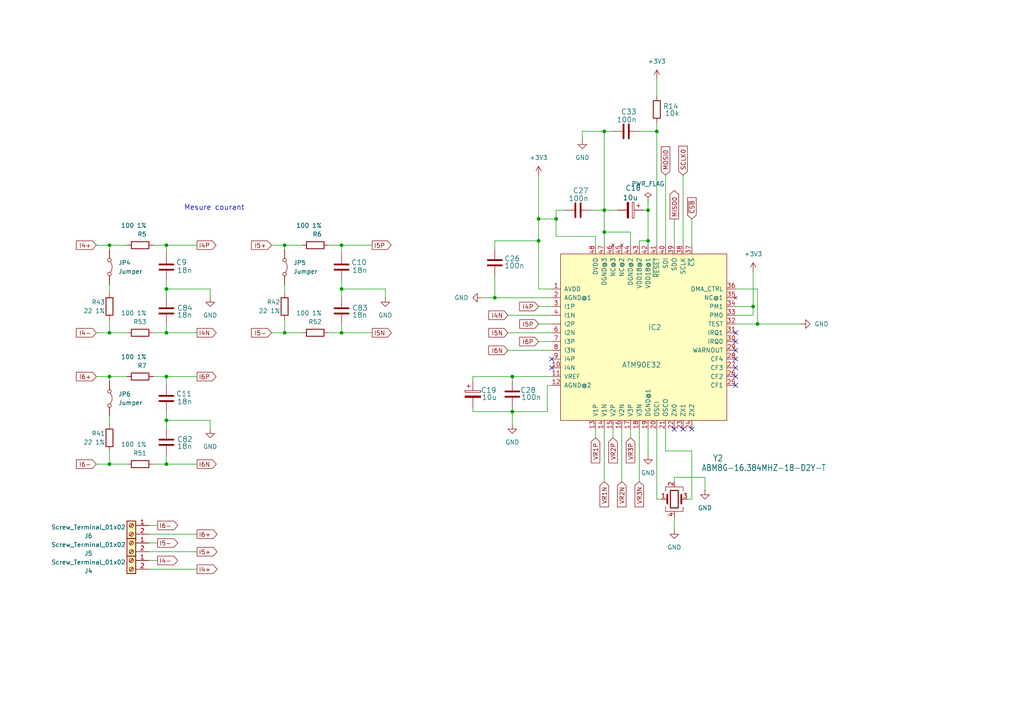
<source format=kicad_sch>
(kicad_sch
	(version 20231120)
	(generator "eeschema")
	(generator_version "8.0")
	(uuid "34ac2892-3e7a-4fde-81c2-1bc261c8cc27")
	(paper "A4")
	(lib_symbols
		(symbol "Connector:Screw_Terminal_01x02"
			(pin_names
				(offset 1.016) hide)
			(exclude_from_sim no)
			(in_bom yes)
			(on_board yes)
			(property "Reference" "J"
				(at 0 2.54 0)
				(effects
					(font
						(size 1.27 1.27)
					)
				)
			)
			(property "Value" "Screw_Terminal_01x02"
				(at 0 -5.08 0)
				(effects
					(font
						(size 1.27 1.27)
					)
				)
			)
			(property "Footprint" ""
				(at 0 0 0)
				(effects
					(font
						(size 1.27 1.27)
					)
					(hide yes)
				)
			)
			(property "Datasheet" "~"
				(at 0 0 0)
				(effects
					(font
						(size 1.27 1.27)
					)
					(hide yes)
				)
			)
			(property "Description" "Generic screw terminal, single row, 01x02, script generated (kicad-library-utils/schlib/autogen/connector/)"
				(at 0 0 0)
				(effects
					(font
						(size 1.27 1.27)
					)
					(hide yes)
				)
			)
			(property "ki_keywords" "screw terminal"
				(at 0 0 0)
				(effects
					(font
						(size 1.27 1.27)
					)
					(hide yes)
				)
			)
			(property "ki_fp_filters" "TerminalBlock*:*"
				(at 0 0 0)
				(effects
					(font
						(size 1.27 1.27)
					)
					(hide yes)
				)
			)
			(symbol "Screw_Terminal_01x02_1_1"
				(rectangle
					(start -1.27 1.27)
					(end 1.27 -3.81)
					(stroke
						(width 0.254)
						(type default)
					)
					(fill
						(type background)
					)
				)
				(circle
					(center 0 -2.54)
					(radius 0.635)
					(stroke
						(width 0.1524)
						(type default)
					)
					(fill
						(type none)
					)
				)
				(polyline
					(pts
						(xy -0.5334 -2.2098) (xy 0.3302 -3.048)
					)
					(stroke
						(width 0.1524)
						(type default)
					)
					(fill
						(type none)
					)
				)
				(polyline
					(pts
						(xy -0.5334 0.3302) (xy 0.3302 -0.508)
					)
					(stroke
						(width 0.1524)
						(type default)
					)
					(fill
						(type none)
					)
				)
				(polyline
					(pts
						(xy -0.3556 -2.032) (xy 0.508 -2.8702)
					)
					(stroke
						(width 0.1524)
						(type default)
					)
					(fill
						(type none)
					)
				)
				(polyline
					(pts
						(xy -0.3556 0.508) (xy 0.508 -0.3302)
					)
					(stroke
						(width 0.1524)
						(type default)
					)
					(fill
						(type none)
					)
				)
				(circle
					(center 0 0)
					(radius 0.635)
					(stroke
						(width 0.1524)
						(type default)
					)
					(fill
						(type none)
					)
				)
				(pin passive line
					(at -5.08 0 0)
					(length 3.81)
					(name "Pin_1"
						(effects
							(font
								(size 1.27 1.27)
							)
						)
					)
					(number "1"
						(effects
							(font
								(size 1.27 1.27)
							)
						)
					)
				)
				(pin passive line
					(at -5.08 -2.54 0)
					(length 3.81)
					(name "Pin_2"
						(effects
							(font
								(size 1.27 1.27)
							)
						)
					)
					(number "2"
						(effects
							(font
								(size 1.27 1.27)
							)
						)
					)
				)
			)
		)
		(symbol "Device:C"
			(pin_numbers hide)
			(pin_names
				(offset 0.254)
			)
			(exclude_from_sim no)
			(in_bom yes)
			(on_board yes)
			(property "Reference" "C"
				(at 0.635 2.54 0)
				(effects
					(font
						(size 1.27 1.27)
					)
					(justify left)
				)
			)
			(property "Value" "C"
				(at 0.635 -2.54 0)
				(effects
					(font
						(size 1.27 1.27)
					)
					(justify left)
				)
			)
			(property "Footprint" ""
				(at 0.9652 -3.81 0)
				(effects
					(font
						(size 1.27 1.27)
					)
					(hide yes)
				)
			)
			(property "Datasheet" "~"
				(at 0 0 0)
				(effects
					(font
						(size 1.27 1.27)
					)
					(hide yes)
				)
			)
			(property "Description" "Unpolarized capacitor"
				(at 0 0 0)
				(effects
					(font
						(size 1.27 1.27)
					)
					(hide yes)
				)
			)
			(property "ki_keywords" "cap capacitor"
				(at 0 0 0)
				(effects
					(font
						(size 1.27 1.27)
					)
					(hide yes)
				)
			)
			(property "ki_fp_filters" "C_*"
				(at 0 0 0)
				(effects
					(font
						(size 1.27 1.27)
					)
					(hide yes)
				)
			)
			(symbol "C_0_1"
				(polyline
					(pts
						(xy -2.032 -0.762) (xy 2.032 -0.762)
					)
					(stroke
						(width 0.508)
						(type default)
					)
					(fill
						(type none)
					)
				)
				(polyline
					(pts
						(xy -2.032 0.762) (xy 2.032 0.762)
					)
					(stroke
						(width 0.508)
						(type default)
					)
					(fill
						(type none)
					)
				)
			)
			(symbol "C_1_1"
				(pin passive line
					(at 0 3.81 270)
					(length 2.794)
					(name "~"
						(effects
							(font
								(size 1.27 1.27)
							)
						)
					)
					(number "1"
						(effects
							(font
								(size 1.27 1.27)
							)
						)
					)
				)
				(pin passive line
					(at 0 -3.81 90)
					(length 2.794)
					(name "~"
						(effects
							(font
								(size 1.27 1.27)
							)
						)
					)
					(number "2"
						(effects
							(font
								(size 1.27 1.27)
							)
						)
					)
				)
			)
		)
		(symbol "Device:C_Polarized"
			(pin_numbers hide)
			(pin_names
				(offset 0.254)
			)
			(exclude_from_sim no)
			(in_bom yes)
			(on_board yes)
			(property "Reference" "C"
				(at 0.635 2.54 0)
				(effects
					(font
						(size 1.27 1.27)
					)
					(justify left)
				)
			)
			(property "Value" "C_Polarized"
				(at 0.635 -2.54 0)
				(effects
					(font
						(size 1.27 1.27)
					)
					(justify left)
				)
			)
			(property "Footprint" ""
				(at 0.9652 -3.81 0)
				(effects
					(font
						(size 1.27 1.27)
					)
					(hide yes)
				)
			)
			(property "Datasheet" "~"
				(at 0 0 0)
				(effects
					(font
						(size 1.27 1.27)
					)
					(hide yes)
				)
			)
			(property "Description" "Polarized capacitor"
				(at 0 0 0)
				(effects
					(font
						(size 1.27 1.27)
					)
					(hide yes)
				)
			)
			(property "ki_keywords" "cap capacitor"
				(at 0 0 0)
				(effects
					(font
						(size 1.27 1.27)
					)
					(hide yes)
				)
			)
			(property "ki_fp_filters" "CP_*"
				(at 0 0 0)
				(effects
					(font
						(size 1.27 1.27)
					)
					(hide yes)
				)
			)
			(symbol "C_Polarized_0_1"
				(rectangle
					(start -2.286 0.508)
					(end 2.286 1.016)
					(stroke
						(width 0)
						(type default)
					)
					(fill
						(type none)
					)
				)
				(polyline
					(pts
						(xy -1.778 2.286) (xy -0.762 2.286)
					)
					(stroke
						(width 0)
						(type default)
					)
					(fill
						(type none)
					)
				)
				(polyline
					(pts
						(xy -1.27 2.794) (xy -1.27 1.778)
					)
					(stroke
						(width 0)
						(type default)
					)
					(fill
						(type none)
					)
				)
				(rectangle
					(start 2.286 -0.508)
					(end -2.286 -1.016)
					(stroke
						(width 0)
						(type default)
					)
					(fill
						(type outline)
					)
				)
			)
			(symbol "C_Polarized_1_1"
				(pin passive line
					(at 0 3.81 270)
					(length 2.794)
					(name "~"
						(effects
							(font
								(size 1.27 1.27)
							)
						)
					)
					(number "1"
						(effects
							(font
								(size 1.27 1.27)
							)
						)
					)
				)
				(pin passive line
					(at 0 -3.81 90)
					(length 2.794)
					(name "~"
						(effects
							(font
								(size 1.27 1.27)
							)
						)
					)
					(number "2"
						(effects
							(font
								(size 1.27 1.27)
							)
						)
					)
				)
			)
		)
		(symbol "Device:Crystal_GND24"
			(pin_names
				(offset 1.016) hide)
			(exclude_from_sim no)
			(in_bom yes)
			(on_board yes)
			(property "Reference" "Y"
				(at 3.175 5.08 0)
				(effects
					(font
						(size 1.27 1.27)
					)
					(justify left)
				)
			)
			(property "Value" "Crystal_GND24"
				(at 3.175 3.175 0)
				(effects
					(font
						(size 1.27 1.27)
					)
					(justify left)
				)
			)
			(property "Footprint" ""
				(at 0 0 0)
				(effects
					(font
						(size 1.27 1.27)
					)
					(hide yes)
				)
			)
			(property "Datasheet" "~"
				(at 0 0 0)
				(effects
					(font
						(size 1.27 1.27)
					)
					(hide yes)
				)
			)
			(property "Description" "Four pin crystal, GND on pins 2 and 4"
				(at 0 0 0)
				(effects
					(font
						(size 1.27 1.27)
					)
					(hide yes)
				)
			)
			(property "ki_keywords" "quartz ceramic resonator oscillator"
				(at 0 0 0)
				(effects
					(font
						(size 1.27 1.27)
					)
					(hide yes)
				)
			)
			(property "ki_fp_filters" "Crystal*"
				(at 0 0 0)
				(effects
					(font
						(size 1.27 1.27)
					)
					(hide yes)
				)
			)
			(symbol "Crystal_GND24_0_1"
				(rectangle
					(start -1.143 2.54)
					(end 1.143 -2.54)
					(stroke
						(width 0.3048)
						(type default)
					)
					(fill
						(type none)
					)
				)
				(polyline
					(pts
						(xy -2.54 0) (xy -2.032 0)
					)
					(stroke
						(width 0)
						(type default)
					)
					(fill
						(type none)
					)
				)
				(polyline
					(pts
						(xy -2.032 -1.27) (xy -2.032 1.27)
					)
					(stroke
						(width 0.508)
						(type default)
					)
					(fill
						(type none)
					)
				)
				(polyline
					(pts
						(xy 0 -3.81) (xy 0 -3.556)
					)
					(stroke
						(width 0)
						(type default)
					)
					(fill
						(type none)
					)
				)
				(polyline
					(pts
						(xy 0 3.556) (xy 0 3.81)
					)
					(stroke
						(width 0)
						(type default)
					)
					(fill
						(type none)
					)
				)
				(polyline
					(pts
						(xy 2.032 -1.27) (xy 2.032 1.27)
					)
					(stroke
						(width 0.508)
						(type default)
					)
					(fill
						(type none)
					)
				)
				(polyline
					(pts
						(xy 2.032 0) (xy 2.54 0)
					)
					(stroke
						(width 0)
						(type default)
					)
					(fill
						(type none)
					)
				)
				(polyline
					(pts
						(xy -2.54 -2.286) (xy -2.54 -3.556) (xy 2.54 -3.556) (xy 2.54 -2.286)
					)
					(stroke
						(width 0)
						(type default)
					)
					(fill
						(type none)
					)
				)
				(polyline
					(pts
						(xy -2.54 2.286) (xy -2.54 3.556) (xy 2.54 3.556) (xy 2.54 2.286)
					)
					(stroke
						(width 0)
						(type default)
					)
					(fill
						(type none)
					)
				)
			)
			(symbol "Crystal_GND24_1_1"
				(pin passive line
					(at -3.81 0 0)
					(length 1.27)
					(name "1"
						(effects
							(font
								(size 1.27 1.27)
							)
						)
					)
					(number "1"
						(effects
							(font
								(size 1.27 1.27)
							)
						)
					)
				)
				(pin passive line
					(at 0 5.08 270)
					(length 1.27)
					(name "2"
						(effects
							(font
								(size 1.27 1.27)
							)
						)
					)
					(number "2"
						(effects
							(font
								(size 1.27 1.27)
							)
						)
					)
				)
				(pin passive line
					(at 3.81 0 180)
					(length 1.27)
					(name "3"
						(effects
							(font
								(size 1.27 1.27)
							)
						)
					)
					(number "3"
						(effects
							(font
								(size 1.27 1.27)
							)
						)
					)
				)
				(pin passive line
					(at 0 -5.08 90)
					(length 1.27)
					(name "4"
						(effects
							(font
								(size 1.27 1.27)
							)
						)
					)
					(number "4"
						(effects
							(font
								(size 1.27 1.27)
							)
						)
					)
				)
			)
		)
		(symbol "Device:R"
			(pin_numbers hide)
			(pin_names
				(offset 0)
			)
			(exclude_from_sim no)
			(in_bom yes)
			(on_board yes)
			(property "Reference" "R"
				(at 2.032 0 90)
				(effects
					(font
						(size 1.27 1.27)
					)
				)
			)
			(property "Value" "R"
				(at 0 0 90)
				(effects
					(font
						(size 1.27 1.27)
					)
				)
			)
			(property "Footprint" ""
				(at -1.778 0 90)
				(effects
					(font
						(size 1.27 1.27)
					)
					(hide yes)
				)
			)
			(property "Datasheet" "~"
				(at 0 0 0)
				(effects
					(font
						(size 1.27 1.27)
					)
					(hide yes)
				)
			)
			(property "Description" "Resistor"
				(at 0 0 0)
				(effects
					(font
						(size 1.27 1.27)
					)
					(hide yes)
				)
			)
			(property "ki_keywords" "R res resistor"
				(at 0 0 0)
				(effects
					(font
						(size 1.27 1.27)
					)
					(hide yes)
				)
			)
			(property "ki_fp_filters" "R_*"
				(at 0 0 0)
				(effects
					(font
						(size 1.27 1.27)
					)
					(hide yes)
				)
			)
			(symbol "R_0_1"
				(rectangle
					(start -1.016 -2.54)
					(end 1.016 2.54)
					(stroke
						(width 0.254)
						(type default)
					)
					(fill
						(type none)
					)
				)
			)
			(symbol "R_1_1"
				(pin passive line
					(at 0 3.81 270)
					(length 1.27)
					(name "~"
						(effects
							(font
								(size 1.27 1.27)
							)
						)
					)
					(number "1"
						(effects
							(font
								(size 1.27 1.27)
							)
						)
					)
				)
				(pin passive line
					(at 0 -3.81 90)
					(length 1.27)
					(name "~"
						(effects
							(font
								(size 1.27 1.27)
							)
						)
					)
					(number "2"
						(effects
							(font
								(size 1.27 1.27)
							)
						)
					)
				)
			)
		)
		(symbol "Jumper:Jumper_2_Bridged"
			(pin_numbers hide)
			(pin_names
				(offset 0) hide)
			(exclude_from_sim yes)
			(in_bom yes)
			(on_board yes)
			(property "Reference" "JP"
				(at 0 1.905 0)
				(effects
					(font
						(size 1.27 1.27)
					)
				)
			)
			(property "Value" "Jumper_2_Bridged"
				(at 0 -2.54 0)
				(effects
					(font
						(size 1.27 1.27)
					)
				)
			)
			(property "Footprint" ""
				(at 0 0 0)
				(effects
					(font
						(size 1.27 1.27)
					)
					(hide yes)
				)
			)
			(property "Datasheet" "~"
				(at 0 0 0)
				(effects
					(font
						(size 1.27 1.27)
					)
					(hide yes)
				)
			)
			(property "Description" "Jumper, 2-pole, closed/bridged"
				(at 0 0 0)
				(effects
					(font
						(size 1.27 1.27)
					)
					(hide yes)
				)
			)
			(property "ki_keywords" "Jumper SPST"
				(at 0 0 0)
				(effects
					(font
						(size 1.27 1.27)
					)
					(hide yes)
				)
			)
			(property "ki_fp_filters" "Jumper* TestPoint*2Pads* TestPoint*Bridge*"
				(at 0 0 0)
				(effects
					(font
						(size 1.27 1.27)
					)
					(hide yes)
				)
			)
			(symbol "Jumper_2_Bridged_0_0"
				(circle
					(center -2.032 0)
					(radius 0.508)
					(stroke
						(width 0)
						(type default)
					)
					(fill
						(type none)
					)
				)
				(circle
					(center 2.032 0)
					(radius 0.508)
					(stroke
						(width 0)
						(type default)
					)
					(fill
						(type none)
					)
				)
			)
			(symbol "Jumper_2_Bridged_0_1"
				(arc
					(start 1.524 0.254)
					(mid 0 0.762)
					(end -1.524 0.254)
					(stroke
						(width 0)
						(type default)
					)
					(fill
						(type none)
					)
				)
			)
			(symbol "Jumper_2_Bridged_1_1"
				(pin passive line
					(at -5.08 0 0)
					(length 2.54)
					(name "A"
						(effects
							(font
								(size 1.27 1.27)
							)
						)
					)
					(number "1"
						(effects
							(font
								(size 1.27 1.27)
							)
						)
					)
				)
				(pin passive line
					(at 5.08 0 180)
					(length 2.54)
					(name "B"
						(effects
							(font
								(size 1.27 1.27)
							)
						)
					)
					(number "2"
						(effects
							(font
								(size 1.27 1.27)
							)
						)
					)
				)
			)
		)
		(symbol "User_Lib_IC:ATM90E36"
			(pin_names
				(offset 1.016)
			)
			(exclude_from_sim no)
			(in_bom yes)
			(on_board yes)
			(property "Reference" "IC?"
				(at 0.254 1.524 0)
				(effects
					(font
						(size 1.4986 1.4986)
					)
					(justify left bottom)
				)
			)
			(property "Value" "ATM90E36"
				(at -5.588 -5.08 0)
				(effects
					(font
						(size 1.4986 1.4986)
					)
					(justify left bottom)
				)
			)
			(property "Footprint" "Package_QFP:TQFP-48-1EP_7x7mm_P0.5mm_EP3.5x3.5mm"
				(at -0.254 -2.032 0)
				(effects
					(font
						(size 1.27 1.27)
					)
					(hide yes)
				)
			)
			(property "Datasheet" ""
				(at 0 0 0)
				(effects
					(font
						(size 1.27 1.27)
					)
					(hide yes)
				)
			)
			(property "Description" ""
				(at 0 0 0)
				(effects
					(font
						(size 1.27 1.27)
					)
					(hide yes)
				)
			)
			(property "manf#" "	ATM90E36A-AU-R"
				(at 0.254 0 0)
				(effects
					(font
						(size 1.27 1.27)
					)
					(hide yes)
				)
			)
			(symbol "ATM90E36_1_0"
				(pin power_in line
					(at -27.94 12.7 0)
					(length 2.54)
					(name "AVDD"
						(effects
							(font
								(size 1.27 1.27)
							)
						)
					)
					(number "1"
						(effects
							(font
								(size 1.27 1.27)
							)
						)
					)
				)
				(pin input line
					(at -27.94 -10.16 0)
					(length 2.54)
					(name "I4N"
						(effects
							(font
								(size 1.27 1.27)
							)
						)
					)
					(number "10"
						(effects
							(font
								(size 1.27 1.27)
							)
						)
					)
				)
				(pin bidirectional line
					(at -27.94 -12.7 0)
					(length 2.54)
					(name "VREF"
						(effects
							(font
								(size 1.27 1.27)
							)
						)
					)
					(number "11"
						(effects
							(font
								(size 1.27 1.27)
							)
						)
					)
				)
				(pin power_in line
					(at -27.94 -15.24 0)
					(length 2.54)
					(name "AGND@2"
						(effects
							(font
								(size 1.27 1.27)
							)
						)
					)
					(number "12"
						(effects
							(font
								(size 1.27 1.27)
							)
						)
					)
				)
				(pin input line
					(at -15.24 -27.94 90)
					(length 2.54)
					(name "V1P"
						(effects
							(font
								(size 1.27 1.27)
							)
						)
					)
					(number "13"
						(effects
							(font
								(size 1.27 1.27)
							)
						)
					)
				)
				(pin input line
					(at -12.7 -27.94 90)
					(length 2.54)
					(name "V1N"
						(effects
							(font
								(size 1.27 1.27)
							)
						)
					)
					(number "14"
						(effects
							(font
								(size 1.27 1.27)
							)
						)
					)
				)
				(pin input line
					(at -10.16 -27.94 90)
					(length 2.54)
					(name "V2P"
						(effects
							(font
								(size 1.27 1.27)
							)
						)
					)
					(number "15"
						(effects
							(font
								(size 1.27 1.27)
							)
						)
					)
				)
				(pin input line
					(at -7.62 -27.94 90)
					(length 2.54)
					(name "V2N"
						(effects
							(font
								(size 1.27 1.27)
							)
						)
					)
					(number "16"
						(effects
							(font
								(size 1.27 1.27)
							)
						)
					)
				)
				(pin input line
					(at -5.08 -27.94 90)
					(length 2.54)
					(name "V3P"
						(effects
							(font
								(size 1.27 1.27)
							)
						)
					)
					(number "17"
						(effects
							(font
								(size 1.27 1.27)
							)
						)
					)
				)
				(pin input line
					(at -2.54 -27.94 90)
					(length 2.54)
					(name "V3N"
						(effects
							(font
								(size 1.27 1.27)
							)
						)
					)
					(number "18"
						(effects
							(font
								(size 1.27 1.27)
							)
						)
					)
				)
				(pin power_in line
					(at 0 -27.94 90)
					(length 2.54)
					(name "DGND@1"
						(effects
							(font
								(size 1.27 1.27)
							)
						)
					)
					(number "19"
						(effects
							(font
								(size 1.27 1.27)
							)
						)
					)
				)
				(pin power_in line
					(at -27.94 10.16 0)
					(length 2.54)
					(name "AGND@1"
						(effects
							(font
								(size 1.27 1.27)
							)
						)
					)
					(number "2"
						(effects
							(font
								(size 1.27 1.27)
							)
						)
					)
				)
				(pin input line
					(at 2.54 -27.94 90)
					(length 2.54)
					(name "OSCI"
						(effects
							(font
								(size 1.27 1.27)
							)
						)
					)
					(number "20"
						(effects
							(font
								(size 1.27 1.27)
							)
						)
					)
				)
				(pin output line
					(at 5.08 -27.94 90)
					(length 2.54)
					(name "OSCO"
						(effects
							(font
								(size 1.27 1.27)
							)
						)
					)
					(number "21"
						(effects
							(font
								(size 1.27 1.27)
							)
						)
					)
				)
				(pin output line
					(at 7.62 -27.94 90)
					(length 2.54)
					(name "ZX0"
						(effects
							(font
								(size 1.27 1.27)
							)
						)
					)
					(number "22"
						(effects
							(font
								(size 1.27 1.27)
							)
						)
					)
				)
				(pin output line
					(at 10.16 -27.94 90)
					(length 2.54)
					(name "ZX1"
						(effects
							(font
								(size 1.27 1.27)
							)
						)
					)
					(number "23"
						(effects
							(font
								(size 1.27 1.27)
							)
						)
					)
				)
				(pin output line
					(at 12.7 -27.94 90)
					(length 2.54)
					(name "ZX2"
						(effects
							(font
								(size 1.27 1.27)
							)
						)
					)
					(number "24"
						(effects
							(font
								(size 1.27 1.27)
							)
						)
					)
				)
				(pin output line
					(at 25.4 -15.24 180)
					(length 2.54)
					(name "CF1"
						(effects
							(font
								(size 1.27 1.27)
							)
						)
					)
					(number "25"
						(effects
							(font
								(size 1.27 1.27)
							)
						)
					)
				)
				(pin output line
					(at 25.4 -12.7 180)
					(length 2.54)
					(name "CF2"
						(effects
							(font
								(size 1.27 1.27)
							)
						)
					)
					(number "26"
						(effects
							(font
								(size 1.27 1.27)
							)
						)
					)
				)
				(pin output line
					(at 25.4 -10.16 180)
					(length 2.54)
					(name "CF3"
						(effects
							(font
								(size 1.27 1.27)
							)
						)
					)
					(number "27"
						(effects
							(font
								(size 1.27 1.27)
							)
						)
					)
				)
				(pin output line
					(at 25.4 -7.62 180)
					(length 2.54)
					(name "CF4"
						(effects
							(font
								(size 1.27 1.27)
							)
						)
					)
					(number "28"
						(effects
							(font
								(size 1.27 1.27)
							)
						)
					)
				)
				(pin output line
					(at 25.4 -5.08 180)
					(length 2.54)
					(name "WARNOUT"
						(effects
							(font
								(size 1.27 1.27)
							)
						)
					)
					(number "29"
						(effects
							(font
								(size 1.27 1.27)
							)
						)
					)
				)
				(pin input line
					(at -27.94 7.62 0)
					(length 2.54)
					(name "I1P"
						(effects
							(font
								(size 1.27 1.27)
							)
						)
					)
					(number "3"
						(effects
							(font
								(size 1.27 1.27)
							)
						)
					)
				)
				(pin output line
					(at 25.4 -2.54 180)
					(length 2.54)
					(name "IRQ0"
						(effects
							(font
								(size 1.27 1.27)
							)
						)
					)
					(number "30"
						(effects
							(font
								(size 1.27 1.27)
							)
						)
					)
				)
				(pin output line
					(at 25.4 0 180)
					(length 2.54)
					(name "IRQ1"
						(effects
							(font
								(size 1.27 1.27)
							)
						)
					)
					(number "31"
						(effects
							(font
								(size 1.27 1.27)
							)
						)
					)
				)
				(pin power_in line
					(at 25.4 2.54 180)
					(length 2.54)
					(name "TEST"
						(effects
							(font
								(size 1.27 1.27)
							)
						)
					)
					(number "32"
						(effects
							(font
								(size 1.27 1.27)
							)
						)
					)
				)
				(pin input line
					(at 25.4 5.08 180)
					(length 2.54)
					(name "PM0"
						(effects
							(font
								(size 1.27 1.27)
							)
						)
					)
					(number "33"
						(effects
							(font
								(size 1.27 1.27)
							)
						)
					)
				)
				(pin input line
					(at 25.4 7.62 180)
					(length 2.54)
					(name "PM1"
						(effects
							(font
								(size 1.27 1.27)
							)
						)
					)
					(number "34"
						(effects
							(font
								(size 1.27 1.27)
							)
						)
					)
				)
				(pin no_connect line
					(at 25.4 10.16 180)
					(length 2.54)
					(name "NC@1"
						(effects
							(font
								(size 1.27 1.27)
							)
						)
					)
					(number "35"
						(effects
							(font
								(size 1.27 1.27)
							)
						)
					)
				)
				(pin input line
					(at 25.4 12.7 180)
					(length 2.54)
					(name "DMA_CTRL"
						(effects
							(font
								(size 1.27 1.27)
							)
						)
					)
					(number "36"
						(effects
							(font
								(size 1.27 1.27)
							)
						)
					)
				)
				(pin input line
					(at 12.7 25.4 270)
					(length 2.54)
					(name "~{CS}"
						(effects
							(font
								(size 1.27 1.27)
							)
						)
					)
					(number "37"
						(effects
							(font
								(size 1.27 1.27)
							)
						)
					)
				)
				(pin input line
					(at 10.16 25.4 270)
					(length 2.54)
					(name "SCLK"
						(effects
							(font
								(size 1.27 1.27)
							)
						)
					)
					(number "38"
						(effects
							(font
								(size 1.27 1.27)
							)
						)
					)
				)
				(pin output line
					(at 7.62 25.4 270)
					(length 2.54)
					(name "SDO"
						(effects
							(font
								(size 1.27 1.27)
							)
						)
					)
					(number "39"
						(effects
							(font
								(size 1.27 1.27)
							)
						)
					)
				)
				(pin input line
					(at -27.94 5.08 0)
					(length 2.54)
					(name "I1N"
						(effects
							(font
								(size 1.27 1.27)
							)
						)
					)
					(number "4"
						(effects
							(font
								(size 1.27 1.27)
							)
						)
					)
				)
				(pin input line
					(at 5.08 25.4 270)
					(length 2.54)
					(name "SDI"
						(effects
							(font
								(size 1.27 1.27)
							)
						)
					)
					(number "40"
						(effects
							(font
								(size 1.27 1.27)
							)
						)
					)
				)
				(pin input line
					(at 2.54 25.4 270)
					(length 2.54)
					(name "~{RESET}"
						(effects
							(font
								(size 1.27 1.27)
							)
						)
					)
					(number "41"
						(effects
							(font
								(size 1.27 1.27)
							)
						)
					)
				)
				(pin power_in line
					(at 0 25.4 270)
					(length 2.54)
					(name "VDD18@1"
						(effects
							(font
								(size 1.27 1.27)
							)
						)
					)
					(number "42"
						(effects
							(font
								(size 1.27 1.27)
							)
						)
					)
				)
				(pin power_in line
					(at -2.54 25.4 270)
					(length 2.54)
					(name "VDD18@2"
						(effects
							(font
								(size 1.27 1.27)
							)
						)
					)
					(number "43"
						(effects
							(font
								(size 1.27 1.27)
							)
						)
					)
				)
				(pin power_in line
					(at -5.08 25.4 270)
					(length 2.54)
					(name "DGND@2"
						(effects
							(font
								(size 1.27 1.27)
							)
						)
					)
					(number "44"
						(effects
							(font
								(size 1.27 1.27)
							)
						)
					)
				)
				(pin no_connect line
					(at -7.62 25.4 270)
					(length 2.54)
					(name "NC@2"
						(effects
							(font
								(size 1.27 1.27)
							)
						)
					)
					(number "45"
						(effects
							(font
								(size 1.27 1.27)
							)
						)
					)
				)
				(pin no_connect line
					(at -10.16 25.4 270)
					(length 2.54)
					(name "NC@3"
						(effects
							(font
								(size 1.27 1.27)
							)
						)
					)
					(number "46"
						(effects
							(font
								(size 1.27 1.27)
							)
						)
					)
				)
				(pin power_in line
					(at -12.7 25.4 270)
					(length 2.54)
					(name "DGND@3"
						(effects
							(font
								(size 1.27 1.27)
							)
						)
					)
					(number "47"
						(effects
							(font
								(size 1.27 1.27)
							)
						)
					)
				)
				(pin power_in line
					(at -15.24 25.4 270)
					(length 2.54)
					(name "DVDD"
						(effects
							(font
								(size 1.27 1.27)
							)
						)
					)
					(number "48"
						(effects
							(font
								(size 1.27 1.27)
							)
						)
					)
				)
				(pin input line
					(at -27.94 2.54 0)
					(length 2.54)
					(name "I2P"
						(effects
							(font
								(size 1.27 1.27)
							)
						)
					)
					(number "5"
						(effects
							(font
								(size 0 0)
							)
						)
					)
				)
				(pin input line
					(at -27.94 0 0)
					(length 2.54)
					(name "I2N"
						(effects
							(font
								(size 1.27 1.27)
							)
						)
					)
					(number "6"
						(effects
							(font
								(size 1.27 1.27)
							)
						)
					)
				)
				(pin input line
					(at -27.94 -2.54 0)
					(length 2.54)
					(name "I3P"
						(effects
							(font
								(size 1.27 1.27)
							)
						)
					)
					(number "7"
						(effects
							(font
								(size 1.27 1.27)
							)
						)
					)
				)
				(pin input line
					(at -27.94 -5.08 0)
					(length 2.54)
					(name "I3N"
						(effects
							(font
								(size 1.27 1.27)
							)
						)
					)
					(number "8"
						(effects
							(font
								(size 1.27 1.27)
							)
						)
					)
				)
				(pin input line
					(at -27.94 -7.62 0)
					(length 2.54)
					(name "I4P"
						(effects
							(font
								(size 1.27 1.27)
							)
						)
					)
					(number "9"
						(effects
							(font
								(size 1.27 1.27)
							)
						)
					)
				)
			)
			(symbol "ATM90E36_1_1"
				(text_box ""
					(at -25.4 22.86 0)
					(size 48.26 -48.26)
					(stroke
						(width 0)
						(type default)
					)
					(fill
						(type color)
						(color 255 255 194 1)
					)
					(effects
						(font
							(size 1.27 1.27)
						)
						(justify left top)
					)
				)
			)
		)
		(symbol "power:+3V3"
			(power)
			(pin_numbers hide)
			(pin_names
				(offset 0) hide)
			(exclude_from_sim no)
			(in_bom yes)
			(on_board yes)
			(property "Reference" "#PWR"
				(at 0 -3.81 0)
				(effects
					(font
						(size 1.27 1.27)
					)
					(hide yes)
				)
			)
			(property "Value" "+3V3"
				(at 0 3.556 0)
				(effects
					(font
						(size 1.27 1.27)
					)
				)
			)
			(property "Footprint" ""
				(at 0 0 0)
				(effects
					(font
						(size 1.27 1.27)
					)
					(hide yes)
				)
			)
			(property "Datasheet" ""
				(at 0 0 0)
				(effects
					(font
						(size 1.27 1.27)
					)
					(hide yes)
				)
			)
			(property "Description" "Power symbol creates a global label with name \"+3V3\""
				(at 0 0 0)
				(effects
					(font
						(size 1.27 1.27)
					)
					(hide yes)
				)
			)
			(property "ki_keywords" "global power"
				(at 0 0 0)
				(effects
					(font
						(size 1.27 1.27)
					)
					(hide yes)
				)
			)
			(symbol "+3V3_0_1"
				(polyline
					(pts
						(xy -0.762 1.27) (xy 0 2.54)
					)
					(stroke
						(width 0)
						(type default)
					)
					(fill
						(type none)
					)
				)
				(polyline
					(pts
						(xy 0 0) (xy 0 2.54)
					)
					(stroke
						(width 0)
						(type default)
					)
					(fill
						(type none)
					)
				)
				(polyline
					(pts
						(xy 0 2.54) (xy 0.762 1.27)
					)
					(stroke
						(width 0)
						(type default)
					)
					(fill
						(type none)
					)
				)
			)
			(symbol "+3V3_1_1"
				(pin power_in line
					(at 0 0 90)
					(length 0)
					(name "~"
						(effects
							(font
								(size 1.27 1.27)
							)
						)
					)
					(number "1"
						(effects
							(font
								(size 1.27 1.27)
							)
						)
					)
				)
			)
		)
		(symbol "power:GND"
			(power)
			(pin_numbers hide)
			(pin_names
				(offset 0) hide)
			(exclude_from_sim no)
			(in_bom yes)
			(on_board yes)
			(property "Reference" "#PWR"
				(at 0 -6.35 0)
				(effects
					(font
						(size 1.27 1.27)
					)
					(hide yes)
				)
			)
			(property "Value" "GND"
				(at 0 -3.81 0)
				(effects
					(font
						(size 1.27 1.27)
					)
				)
			)
			(property "Footprint" ""
				(at 0 0 0)
				(effects
					(font
						(size 1.27 1.27)
					)
					(hide yes)
				)
			)
			(property "Datasheet" ""
				(at 0 0 0)
				(effects
					(font
						(size 1.27 1.27)
					)
					(hide yes)
				)
			)
			(property "Description" "Power symbol creates a global label with name \"GND\" , ground"
				(at 0 0 0)
				(effects
					(font
						(size 1.27 1.27)
					)
					(hide yes)
				)
			)
			(property "ki_keywords" "global power"
				(at 0 0 0)
				(effects
					(font
						(size 1.27 1.27)
					)
					(hide yes)
				)
			)
			(symbol "GND_0_1"
				(polyline
					(pts
						(xy 0 0) (xy 0 -1.27) (xy 1.27 -1.27) (xy 0 -2.54) (xy -1.27 -1.27) (xy 0 -1.27)
					)
					(stroke
						(width 0)
						(type default)
					)
					(fill
						(type none)
					)
				)
			)
			(symbol "GND_1_1"
				(pin power_in line
					(at 0 0 270)
					(length 0)
					(name "~"
						(effects
							(font
								(size 1.27 1.27)
							)
						)
					)
					(number "1"
						(effects
							(font
								(size 1.27 1.27)
							)
						)
					)
				)
			)
		)
		(symbol "power:PWR_FLAG"
			(power)
			(pin_numbers hide)
			(pin_names
				(offset 0) hide)
			(exclude_from_sim no)
			(in_bom yes)
			(on_board yes)
			(property "Reference" "#FLG"
				(at 0 1.905 0)
				(effects
					(font
						(size 1.27 1.27)
					)
					(hide yes)
				)
			)
			(property "Value" "PWR_FLAG"
				(at 0 3.81 0)
				(effects
					(font
						(size 1.27 1.27)
					)
				)
			)
			(property "Footprint" ""
				(at 0 0 0)
				(effects
					(font
						(size 1.27 1.27)
					)
					(hide yes)
				)
			)
			(property "Datasheet" "~"
				(at 0 0 0)
				(effects
					(font
						(size 1.27 1.27)
					)
					(hide yes)
				)
			)
			(property "Description" "Special symbol for telling ERC where power comes from"
				(at 0 0 0)
				(effects
					(font
						(size 1.27 1.27)
					)
					(hide yes)
				)
			)
			(property "ki_keywords" "flag power"
				(at 0 0 0)
				(effects
					(font
						(size 1.27 1.27)
					)
					(hide yes)
				)
			)
			(symbol "PWR_FLAG_0_0"
				(pin power_out line
					(at 0 0 90)
					(length 0)
					(name "~"
						(effects
							(font
								(size 1.27 1.27)
							)
						)
					)
					(number "1"
						(effects
							(font
								(size 1.27 1.27)
							)
						)
					)
				)
			)
			(symbol "PWR_FLAG_0_1"
				(polyline
					(pts
						(xy 0 0) (xy 0 1.27) (xy -1.016 1.905) (xy 0 2.54) (xy 1.016 1.905) (xy 0 1.27)
					)
					(stroke
						(width 0)
						(type default)
					)
					(fill
						(type none)
					)
				)
			)
		)
	)
	(junction
		(at 82.55 71.12)
		(diameter 0)
		(color 0 0 0 0)
		(uuid "02fcb382-a3cc-42b9-b307-6b07235c42bc")
	)
	(junction
		(at 175.26 38.1)
		(diameter 0)
		(color 0 0 0 0)
		(uuid "034ad0ce-f6f8-4f63-b665-0584ad9dd248")
	)
	(junction
		(at 156.21 69.85)
		(diameter 0)
		(color 0 0 0 0)
		(uuid "1128a8ac-256d-4e45-89ce-5819204d71f0")
	)
	(junction
		(at 82.55 96.52)
		(diameter 0)
		(color 0 0 0 0)
		(uuid "159e1cfa-1564-473b-86cb-276effca15e0")
	)
	(junction
		(at 99.06 71.12)
		(diameter 0)
		(color 0 0 0 0)
		(uuid "1e40f0da-ec0b-48e5-bd86-542a6b0e140d")
	)
	(junction
		(at 99.06 83.82)
		(diameter 0)
		(color 0 0 0 0)
		(uuid "21a0d68b-b5e6-4547-9f3d-e80d70255d45")
	)
	(junction
		(at 31.75 134.62)
		(diameter 0)
		(color 0 0 0 0)
		(uuid "2aba7a48-666b-41a0-a69f-1b19537610cd")
	)
	(junction
		(at 148.59 119.38)
		(diameter 0)
		(color 0 0 0 0)
		(uuid "2adafac2-4ff3-4727-b3b7-6673701b3fc9")
	)
	(junction
		(at 175.26 60.96)
		(diameter 0)
		(color 0 0 0 0)
		(uuid "2d3ea816-bf7d-4efa-961b-e976bced4ecd")
	)
	(junction
		(at 31.75 109.22)
		(diameter 0)
		(color 0 0 0 0)
		(uuid "2f1bf3dc-c00d-4f2e-ba35-0300dca481dc")
	)
	(junction
		(at 175.26 67.31)
		(diameter 0)
		(color 0 0 0 0)
		(uuid "3569b804-cc4b-435c-b119-7cf2688db4d6")
	)
	(junction
		(at 148.59 109.22)
		(diameter 0)
		(color 0 0 0 0)
		(uuid "4da89e0c-2827-4e26-9fed-147dc6428ea4")
	)
	(junction
		(at 161.29 63.5)
		(diameter 0)
		(color 0 0 0 0)
		(uuid "638199d9-a966-4535-8483-5ae8fee04efa")
	)
	(junction
		(at 218.44 88.9)
		(diameter 0)
		(color 0 0 0 0)
		(uuid "7362c44e-9a56-4cca-af24-9aee32360aa8")
	)
	(junction
		(at 187.96 60.96)
		(diameter 0)
		(color 0 0 0 0)
		(uuid "77ae0557-3598-4c3e-8e49-5df39b7a376b")
	)
	(junction
		(at 143.51 86.36)
		(diameter 0)
		(color 0 0 0 0)
		(uuid "82f086b7-abd1-4c49-94cb-68138ca8601f")
	)
	(junction
		(at 31.75 71.12)
		(diameter 0)
		(color 0 0 0 0)
		(uuid "8766a6d8-aa60-455a-9cc4-3f08d6a0e129")
	)
	(junction
		(at 190.5 38.1)
		(diameter 0)
		(color 0 0 0 0)
		(uuid "8b9e02f7-6239-4f57-8e4b-73faaa8910b4")
	)
	(junction
		(at 99.06 96.52)
		(diameter 0)
		(color 0 0 0 0)
		(uuid "964c07cc-3d5f-4e84-b71e-cb95085d0905")
	)
	(junction
		(at 48.26 121.92)
		(diameter 0)
		(color 0 0 0 0)
		(uuid "9ae68187-da90-4b69-9141-3581f918db29")
	)
	(junction
		(at 31.75 96.52)
		(diameter 0)
		(color 0 0 0 0)
		(uuid "9e4fee54-2fb9-443a-85f0-a4da559eb692")
	)
	(junction
		(at 48.26 71.12)
		(diameter 0)
		(color 0 0 0 0)
		(uuid "aa252e28-5431-4cbe-8861-eea65b7b25ca")
	)
	(junction
		(at 187.96 69.85)
		(diameter 0)
		(color 0 0 0 0)
		(uuid "af04ae68-3e62-49ac-89b0-6f6cb6cbd733")
	)
	(junction
		(at 48.26 134.62)
		(diameter 0)
		(color 0 0 0 0)
		(uuid "c7e02ffe-638b-4ed0-96ac-8b07bdda4458")
	)
	(junction
		(at 48.26 96.52)
		(diameter 0)
		(color 0 0 0 0)
		(uuid "d9998b01-8077-4eed-a72e-2bc3d79084c8")
	)
	(junction
		(at 219.71 93.98)
		(diameter 0)
		(color 0 0 0 0)
		(uuid "f069443f-f6c9-478e-97ec-1122634c363c")
	)
	(junction
		(at 48.26 83.82)
		(diameter 0)
		(color 0 0 0 0)
		(uuid "f10a704b-f8e8-42f3-bc00-04f213ff31bd")
	)
	(junction
		(at 156.21 63.5)
		(diameter 0)
		(color 0 0 0 0)
		(uuid "f65e08d4-3813-44d6-9414-52f44c92a506")
	)
	(junction
		(at 48.26 109.22)
		(diameter 0)
		(color 0 0 0 0)
		(uuid "f90abf13-8033-47c9-8d68-675bbcf6fa7c")
	)
	(no_connect
		(at 200.66 124.46)
		(uuid "220d5b4f-d94f-4790-88b4-88e7600c57d3")
	)
	(no_connect
		(at 213.36 104.14)
		(uuid "28b52a93-d4f2-4ca0-bbb6-85038d25a770")
	)
	(no_connect
		(at 213.36 99.06)
		(uuid "2971b1a5-1e3d-4566-aa88-379eeb3b9c39")
	)
	(no_connect
		(at 213.36 111.76)
		(uuid "3a3a5cb0-2160-41e5-ba2f-9570ed448899")
	)
	(no_connect
		(at 213.36 101.6)
		(uuid "4660c86c-3ce9-4bc9-b47e-c8a3d23eb2cc")
	)
	(no_connect
		(at 160.02 106.68)
		(uuid "76506f00-92b0-4a76-aa0c-6726e2ff4860")
	)
	(no_connect
		(at 160.02 104.14)
		(uuid "78a3a1b3-34d3-4c00-a8c0-02b07af8a399")
	)
	(no_connect
		(at 213.36 96.52)
		(uuid "95675ddb-0d52-4ee6-8103-62f7133c737f")
	)
	(no_connect
		(at 198.12 124.46)
		(uuid "95c4bd80-fa21-4ec5-a55c-b927c413cf35")
	)
	(no_connect
		(at 213.36 106.68)
		(uuid "a3dfa613-814f-4e2c-b54f-af94de5addce")
	)
	(no_connect
		(at 213.36 109.22)
		(uuid "a7a60c07-db50-49b8-9343-cfa02af8140e")
	)
	(no_connect
		(at 195.58 124.46)
		(uuid "c9bed8c1-be63-4ffd-8a95-139d51bcab8f")
	)
	(wire
		(pts
			(xy 27.94 71.12) (xy 31.75 71.12)
		)
		(stroke
			(width 0)
			(type default)
		)
		(uuid "03cd02de-8a9e-4eae-8500-9b9ab730750f")
	)
	(wire
		(pts
			(xy 175.26 60.96) (xy 179.07 60.96)
		)
		(stroke
			(width 0)
			(type default)
		)
		(uuid "0671b3ed-e20f-44bf-8cc0-7bb2ecb71030")
	)
	(wire
		(pts
			(xy 195.58 71.12) (xy 195.58 63.5)
		)
		(stroke
			(width 0)
			(type default)
		)
		(uuid "0694257f-5d32-4fe5-b7bb-9642d712f137")
	)
	(wire
		(pts
			(xy 156.21 99.06) (xy 160.02 99.06)
		)
		(stroke
			(width 0)
			(type default)
		)
		(uuid "08b9197d-e9c0-4d41-b2d3-777bb2085b9e")
	)
	(wire
		(pts
			(xy 156.21 69.85) (xy 156.21 83.82)
		)
		(stroke
			(width 0)
			(type default)
		)
		(uuid "08f6ec19-2486-4e6e-9af4-cca38da2d937")
	)
	(wire
		(pts
			(xy 99.06 71.12) (xy 107.95 71.12)
		)
		(stroke
			(width 0)
			(type default)
		)
		(uuid "09038669-6159-4f7e-b056-fcceae75b11e")
	)
	(wire
		(pts
			(xy 99.06 96.52) (xy 107.95 96.52)
		)
		(stroke
			(width 0)
			(type default)
		)
		(uuid "0c780b8c-8103-4c68-abbb-a34abd9242a5")
	)
	(wire
		(pts
			(xy 158.75 119.38) (xy 158.75 111.76)
		)
		(stroke
			(width 0)
			(type default)
		)
		(uuid "126ea0ab-e951-4da3-8aff-c093427754fa")
	)
	(wire
		(pts
			(xy 175.26 67.31) (xy 182.88 67.31)
		)
		(stroke
			(width 0)
			(type default)
		)
		(uuid "135ab7bb-8a04-49f0-85d1-39eb09ae0629")
	)
	(wire
		(pts
			(xy 48.26 83.82) (xy 48.26 86.36)
		)
		(stroke
			(width 0)
			(type default)
		)
		(uuid "1405b56e-5e6d-4b42-9012-cbbdc877c33e")
	)
	(wire
		(pts
			(xy 190.5 38.1) (xy 185.42 38.1)
		)
		(stroke
			(width 0)
			(type default)
		)
		(uuid "14f7a180-ca76-4cb6-bdba-15468e2f1a35")
	)
	(wire
		(pts
			(xy 43.18 154.94) (xy 57.15 154.94)
		)
		(stroke
			(width 0)
			(type default)
		)
		(uuid "184ccd20-b223-4936-9928-0f7b45cace4e")
	)
	(wire
		(pts
			(xy 182.88 67.31) (xy 182.88 71.12)
		)
		(stroke
			(width 0)
			(type default)
		)
		(uuid "190d7066-1932-4388-a905-20c717503ee7")
	)
	(wire
		(pts
			(xy 143.51 86.36) (xy 160.02 86.36)
		)
		(stroke
			(width 0)
			(type default)
		)
		(uuid "196d4558-c077-45cd-8865-10a55286810e")
	)
	(wire
		(pts
			(xy 82.55 92.71) (xy 82.55 96.52)
		)
		(stroke
			(width 0)
			(type default)
		)
		(uuid "1bf46d6f-d359-4981-b5d1-bb7f0a511648")
	)
	(wire
		(pts
			(xy 175.26 38.1) (xy 177.8 38.1)
		)
		(stroke
			(width 0)
			(type default)
		)
		(uuid "1caec56a-c636-465e-bf3b-5c520830294a")
	)
	(wire
		(pts
			(xy 187.96 60.96) (xy 187.96 69.85)
		)
		(stroke
			(width 0)
			(type default)
		)
		(uuid "1e1fccb1-2438-4e7d-a120-ff7b0792b3be")
	)
	(wire
		(pts
			(xy 158.75 111.76) (xy 160.02 111.76)
		)
		(stroke
			(width 0)
			(type default)
		)
		(uuid "1e3027dc-7a1a-4a16-a81a-5006d2cb379e")
	)
	(wire
		(pts
			(xy 48.26 71.12) (xy 57.15 71.12)
		)
		(stroke
			(width 0)
			(type default)
		)
		(uuid "1fa1ac33-19eb-4374-b6ee-ac0c9b849e03")
	)
	(wire
		(pts
			(xy 218.44 91.44) (xy 213.36 91.44)
		)
		(stroke
			(width 0)
			(type default)
		)
		(uuid "203475c5-8c06-4d5b-9986-9992d704c933")
	)
	(wire
		(pts
			(xy 190.5 22.86) (xy 190.5 27.94)
		)
		(stroke
			(width 0)
			(type default)
		)
		(uuid "20c07825-dcfa-403b-9512-c965fd483caf")
	)
	(wire
		(pts
			(xy 193.04 71.12) (xy 193.04 50.8)
		)
		(stroke
			(width 0)
			(type default)
		)
		(uuid "24fc7ed1-a6ab-441f-a7f4-f3ff222fb859")
	)
	(wire
		(pts
			(xy 156.21 50.8) (xy 156.21 63.5)
		)
		(stroke
			(width 0)
			(type default)
		)
		(uuid "26d784e5-6e17-46b6-a8a4-0ada6e0efbfc")
	)
	(wire
		(pts
			(xy 82.55 82.55) (xy 82.55 85.09)
		)
		(stroke
			(width 0)
			(type default)
		)
		(uuid "2823896f-2839-4b9b-b028-1f664d88b208")
	)
	(wire
		(pts
			(xy 219.71 93.98) (xy 232.41 93.98)
		)
		(stroke
			(width 0)
			(type default)
		)
		(uuid "2e9fff8c-2350-44fd-9cff-3b7966786d7c")
	)
	(wire
		(pts
			(xy 213.36 93.98) (xy 219.71 93.98)
		)
		(stroke
			(width 0)
			(type default)
		)
		(uuid "3074916d-df03-479b-8054-97b654c82cb4")
	)
	(wire
		(pts
			(xy 161.29 60.96) (xy 161.29 63.5)
		)
		(stroke
			(width 0)
			(type default)
		)
		(uuid "3092aa32-38da-4679-b657-78a7ea103039")
	)
	(wire
		(pts
			(xy 148.59 109.22) (xy 148.59 110.49)
		)
		(stroke
			(width 0)
			(type default)
		)
		(uuid "32b59ac2-f253-4246-bc80-e1deb7fcafc4")
	)
	(wire
		(pts
			(xy 148.59 109.22) (xy 137.16 109.22)
		)
		(stroke
			(width 0)
			(type default)
		)
		(uuid "32c2786a-81d4-440e-b727-2047ec1a211b")
	)
	(wire
		(pts
			(xy 175.26 124.46) (xy 175.26 139.7)
		)
		(stroke
			(width 0)
			(type default)
		)
		(uuid "37c1b949-4822-44a3-9087-6d8174a4c4bf")
	)
	(wire
		(pts
			(xy 31.75 92.71) (xy 31.75 96.52)
		)
		(stroke
			(width 0)
			(type default)
		)
		(uuid "38937ec8-c85e-4abb-b784-0545d2a2f6a3")
	)
	(wire
		(pts
			(xy 60.96 121.92) (xy 60.96 124.46)
		)
		(stroke
			(width 0)
			(type default)
		)
		(uuid "397cbf32-9e99-42d3-b166-33156af52a29")
	)
	(wire
		(pts
			(xy 31.75 71.12) (xy 31.75 72.39)
		)
		(stroke
			(width 0)
			(type default)
		)
		(uuid "397e2e17-44a8-4070-af7b-c75fa0c05b3b")
	)
	(wire
		(pts
			(xy 204.47 142.24) (xy 204.47 138.43)
		)
		(stroke
			(width 0)
			(type default)
		)
		(uuid "3c70ca5d-c440-468f-a2b5-73266a4c4448")
	)
	(wire
		(pts
			(xy 31.75 96.52) (xy 27.94 96.52)
		)
		(stroke
			(width 0)
			(type default)
		)
		(uuid "3d2b62c5-7c71-4458-a55d-e407f6aa4b66")
	)
	(wire
		(pts
			(xy 48.26 109.22) (xy 57.15 109.22)
		)
		(stroke
			(width 0)
			(type default)
		)
		(uuid "3ebfd775-21de-4f46-b9a8-e8b206ddc4a0")
	)
	(wire
		(pts
			(xy 43.18 157.48) (xy 45.72 157.48)
		)
		(stroke
			(width 0)
			(type default)
		)
		(uuid "4035191c-83c3-4b33-9d32-99676c33231f")
	)
	(wire
		(pts
			(xy 143.51 80.01) (xy 143.51 86.36)
		)
		(stroke
			(width 0)
			(type default)
		)
		(uuid "40c77a05-320f-4522-bf3d-d3b1635d81c3")
	)
	(wire
		(pts
			(xy 44.45 96.52) (xy 48.26 96.52)
		)
		(stroke
			(width 0)
			(type default)
		)
		(uuid "4347fbf2-2177-4a08-be51-da50c6ae8651")
	)
	(wire
		(pts
			(xy 182.88 124.46) (xy 182.88 127)
		)
		(stroke
			(width 0)
			(type default)
		)
		(uuid "4596286a-1a0f-4ba0-b7a5-b6eaa40deef7")
	)
	(wire
		(pts
			(xy 48.26 119.38) (xy 48.26 121.92)
		)
		(stroke
			(width 0)
			(type default)
		)
		(uuid "485c4043-6e35-4f98-8341-54523849c32d")
	)
	(wire
		(pts
			(xy 187.96 124.46) (xy 187.96 132.08)
		)
		(stroke
			(width 0)
			(type default)
		)
		(uuid "49838672-1b71-4689-9b4b-4f5e440ca014")
	)
	(wire
		(pts
			(xy 190.5 124.46) (xy 190.5 144.78)
		)
		(stroke
			(width 0)
			(type default)
		)
		(uuid "4a8d5608-99c5-4b5b-bfd9-59cfc2b2df9b")
	)
	(wire
		(pts
			(xy 143.51 69.85) (xy 156.21 69.85)
		)
		(stroke
			(width 0)
			(type default)
		)
		(uuid "4d3cce45-96a8-45cc-9053-86341ce87dd8")
	)
	(wire
		(pts
			(xy 195.58 149.86) (xy 195.58 153.67)
		)
		(stroke
			(width 0)
			(type default)
		)
		(uuid "4e9f910b-efe0-4254-9eac-1113f5a16d37")
	)
	(wire
		(pts
			(xy 200.66 71.12) (xy 200.66 63.5)
		)
		(stroke
			(width 0)
			(type default)
		)
		(uuid "4fccef18-2091-45df-8b77-23f0c1e73c8b")
	)
	(wire
		(pts
			(xy 31.75 134.62) (xy 36.83 134.62)
		)
		(stroke
			(width 0)
			(type default)
		)
		(uuid "50403bd7-b9d1-4c5f-a68c-4027dcc0605a")
	)
	(wire
		(pts
			(xy 148.59 119.38) (xy 158.75 119.38)
		)
		(stroke
			(width 0)
			(type default)
		)
		(uuid "509d60a6-86d1-484c-963f-9cd6923c55f3")
	)
	(wire
		(pts
			(xy 31.75 134.62) (xy 27.94 134.62)
		)
		(stroke
			(width 0)
			(type default)
		)
		(uuid "5473d543-4951-463e-81dd-aa420d2e5ec8")
	)
	(wire
		(pts
			(xy 43.18 162.56) (xy 45.72 162.56)
		)
		(stroke
			(width 0)
			(type default)
		)
		(uuid "547e7771-0de6-4526-b00f-4de0673049fc")
	)
	(wire
		(pts
			(xy 31.75 120.65) (xy 31.75 123.19)
		)
		(stroke
			(width 0)
			(type default)
		)
		(uuid "57716e11-b8b2-446c-8680-3ffeee085db1")
	)
	(wire
		(pts
			(xy 213.36 83.82) (xy 219.71 83.82)
		)
		(stroke
			(width 0)
			(type default)
		)
		(uuid "5cf849f8-e475-4ff4-92a2-dc4e424928b0")
	)
	(wire
		(pts
			(xy 199.39 144.78) (xy 200.66 144.78)
		)
		(stroke
			(width 0)
			(type default)
		)
		(uuid "5fb8441a-1d42-4dbe-a684-29551a3ba439")
	)
	(wire
		(pts
			(xy 31.75 109.22) (xy 31.75 110.49)
		)
		(stroke
			(width 0)
			(type default)
		)
		(uuid "6262e7af-0f2e-4e67-88c5-e9a99a839660")
	)
	(wire
		(pts
			(xy 186.69 60.96) (xy 187.96 60.96)
		)
		(stroke
			(width 0)
			(type default)
		)
		(uuid "654c34b7-d441-4da6-a71b-ff2c2298c208")
	)
	(wire
		(pts
			(xy 31.75 109.22) (xy 36.83 109.22)
		)
		(stroke
			(width 0)
			(type default)
		)
		(uuid "665bc950-7680-4d31-85c5-42c30948b52c")
	)
	(wire
		(pts
			(xy 78.74 71.12) (xy 82.55 71.12)
		)
		(stroke
			(width 0)
			(type default)
		)
		(uuid "68b34dfb-f5c7-4aa8-8d8b-affb67830bd1")
	)
	(wire
		(pts
			(xy 218.44 78.74) (xy 218.44 88.9)
		)
		(stroke
			(width 0)
			(type default)
		)
		(uuid "696c58ba-44bd-4936-9c7d-ccd76cd38ef7")
	)
	(wire
		(pts
			(xy 218.44 88.9) (xy 218.44 91.44)
		)
		(stroke
			(width 0)
			(type default)
		)
		(uuid "6983971f-6cd1-4f4c-8e04-bdc6174c819a")
	)
	(wire
		(pts
			(xy 43.18 160.02) (xy 57.15 160.02)
		)
		(stroke
			(width 0)
			(type default)
		)
		(uuid "6cde5ffa-5b97-4c63-a064-05a7f1d13f2e")
	)
	(wire
		(pts
			(xy 190.5 35.56) (xy 190.5 38.1)
		)
		(stroke
			(width 0)
			(type default)
		)
		(uuid "6cf23d83-1cd0-46a7-b605-ec4ea98b4636")
	)
	(wire
		(pts
			(xy 48.26 81.28) (xy 48.26 83.82)
		)
		(stroke
			(width 0)
			(type default)
		)
		(uuid "6e04f0f1-3b7c-42ac-8c45-c581f3da5798")
	)
	(wire
		(pts
			(xy 148.59 119.38) (xy 148.59 123.19)
		)
		(stroke
			(width 0)
			(type default)
		)
		(uuid "6efed036-e010-4bfa-aa91-bbb9a645fa02")
	)
	(wire
		(pts
			(xy 156.21 88.9) (xy 160.02 88.9)
		)
		(stroke
			(width 0)
			(type default)
		)
		(uuid "7a1782b8-9777-4637-8154-6a6a32e8a8e1")
	)
	(wire
		(pts
			(xy 213.36 88.9) (xy 218.44 88.9)
		)
		(stroke
			(width 0)
			(type default)
		)
		(uuid "7afc5f97-d32f-4e70-871a-eecb9ca816b5")
	)
	(wire
		(pts
			(xy 195.58 138.43) (xy 195.58 139.7)
		)
		(stroke
			(width 0)
			(type default)
		)
		(uuid "7b8e9f53-f18b-4db3-a862-288fc677784a")
	)
	(wire
		(pts
			(xy 27.94 109.22) (xy 31.75 109.22)
		)
		(stroke
			(width 0)
			(type default)
		)
		(uuid "7e55d997-75bf-4615-b42e-a1add4a3fb2f")
	)
	(wire
		(pts
			(xy 99.06 81.28) (xy 99.06 83.82)
		)
		(stroke
			(width 0)
			(type default)
		)
		(uuid "7eb0c26b-64a1-4e96-8504-c83ece0dcd80")
	)
	(wire
		(pts
			(xy 148.59 109.22) (xy 160.02 109.22)
		)
		(stroke
			(width 0)
			(type default)
		)
		(uuid "7f4537d1-0923-4f4c-a7b4-45753381f490")
	)
	(wire
		(pts
			(xy 44.45 109.22) (xy 48.26 109.22)
		)
		(stroke
			(width 0)
			(type default)
		)
		(uuid "81f94cb0-9ada-40ee-a324-4c31f7d5bfb6")
	)
	(wire
		(pts
			(xy 99.06 83.82) (xy 111.76 83.82)
		)
		(stroke
			(width 0)
			(type default)
		)
		(uuid "82044c72-c6dd-4ae3-b5be-267acfeb8658")
	)
	(wire
		(pts
			(xy 200.66 144.78) (xy 200.66 130.81)
		)
		(stroke
			(width 0)
			(type default)
		)
		(uuid "848a6900-6945-4009-878c-650471b93ec2")
	)
	(wire
		(pts
			(xy 137.16 119.38) (xy 148.59 119.38)
		)
		(stroke
			(width 0)
			(type default)
		)
		(uuid "8671fbac-6f8c-4b5d-b197-2869dc1eec04")
	)
	(wire
		(pts
			(xy 99.06 71.12) (xy 99.06 73.66)
		)
		(stroke
			(width 0)
			(type default)
		)
		(uuid "89f14c56-e6fe-40ee-8a5d-719ed7b6f14f")
	)
	(wire
		(pts
			(xy 111.76 83.82) (xy 111.76 86.36)
		)
		(stroke
			(width 0)
			(type default)
		)
		(uuid "8e939900-18c5-47f8-a0b8-46652033c213")
	)
	(wire
		(pts
			(xy 193.04 124.46) (xy 193.04 130.81)
		)
		(stroke
			(width 0)
			(type default)
		)
		(uuid "92aac3d7-bd32-4e24-8985-a549d73deca7")
	)
	(wire
		(pts
			(xy 185.42 69.85) (xy 187.96 69.85)
		)
		(stroke
			(width 0)
			(type default)
		)
		(uuid "9685405d-f0ad-44c4-b04a-edfe621a9baa")
	)
	(wire
		(pts
			(xy 31.75 71.12) (xy 36.83 71.12)
		)
		(stroke
			(width 0)
			(type default)
		)
		(uuid "977e1ed7-3520-4b1b-92bc-dbeb8e59836f")
	)
	(wire
		(pts
			(xy 161.29 63.5) (xy 161.29 68.58)
		)
		(stroke
			(width 0)
			(type default)
		)
		(uuid "9e4b8c73-645b-43b7-8af7-9e70ff09239e")
	)
	(wire
		(pts
			(xy 31.75 82.55) (xy 31.75 85.09)
		)
		(stroke
			(width 0)
			(type default)
		)
		(uuid "9ebab7a2-bc00-4771-9332-50bff79f01e1")
	)
	(wire
		(pts
			(xy 82.55 71.12) (xy 87.63 71.12)
		)
		(stroke
			(width 0)
			(type default)
		)
		(uuid "9fdf75b5-b4e3-4b96-bdd6-3732c56edca0")
	)
	(wire
		(pts
			(xy 185.42 139.7) (xy 185.42 124.46)
		)
		(stroke
			(width 0)
			(type default)
		)
		(uuid "a361fdf0-fd82-4c53-8a52-710f7eb275eb")
	)
	(wire
		(pts
			(xy 198.12 71.12) (xy 198.12 50.8)
		)
		(stroke
			(width 0)
			(type default)
		)
		(uuid "a6a6fc1e-6077-41dc-9c92-25e9d8fd474d")
	)
	(wire
		(pts
			(xy 180.34 139.7) (xy 180.34 124.46)
		)
		(stroke
			(width 0)
			(type default)
		)
		(uuid "a9779b7e-f5bc-4f8d-9415-2d31496c5add")
	)
	(wire
		(pts
			(xy 148.59 118.11) (xy 148.59 119.38)
		)
		(stroke
			(width 0)
			(type default)
		)
		(uuid "aa2cd100-add5-4344-96d6-9a6c17bbb365")
	)
	(wire
		(pts
			(xy 44.45 71.12) (xy 48.26 71.12)
		)
		(stroke
			(width 0)
			(type default)
		)
		(uuid "ab0890bd-6e09-4282-b963-de2cc992d82d")
	)
	(wire
		(pts
			(xy 147.32 101.6) (xy 160.02 101.6)
		)
		(stroke
			(width 0)
			(type default)
		)
		(uuid "ae4159ef-59fb-425f-a4e9-fa250ede303b")
	)
	(wire
		(pts
			(xy 48.26 71.12) (xy 48.26 73.66)
		)
		(stroke
			(width 0)
			(type default)
		)
		(uuid "ae5f25d4-9c8e-4cb0-864d-e84453c58f9a")
	)
	(wire
		(pts
			(xy 161.29 68.58) (xy 172.72 68.58)
		)
		(stroke
			(width 0)
			(type default)
		)
		(uuid "af12660b-e7a3-453f-9b1d-56717c7ab3e5")
	)
	(wire
		(pts
			(xy 185.42 69.85) (xy 185.42 71.12)
		)
		(stroke
			(width 0)
			(type default)
		)
		(uuid "b08d6509-1a90-4338-918b-e3b37df3a769")
	)
	(wire
		(pts
			(xy 177.8 124.46) (xy 177.8 127)
		)
		(stroke
			(width 0)
			(type default)
		)
		(uuid "b297524e-f9f4-4c45-b538-d950097f10e5")
	)
	(wire
		(pts
			(xy 200.66 130.81) (xy 193.04 130.81)
		)
		(stroke
			(width 0)
			(type default)
		)
		(uuid "b3f65439-6b50-4eb6-b666-1d441bb42320")
	)
	(wire
		(pts
			(xy 44.45 134.62) (xy 48.26 134.62)
		)
		(stroke
			(width 0)
			(type default)
		)
		(uuid "b775b0d9-83f5-47eb-b218-399d5946f2e9")
	)
	(wire
		(pts
			(xy 156.21 63.5) (xy 156.21 69.85)
		)
		(stroke
			(width 0)
			(type default)
		)
		(uuid "b862d07d-fdf7-40a7-8105-a1b91d5e70b8")
	)
	(wire
		(pts
			(xy 175.26 38.1) (xy 175.26 60.96)
		)
		(stroke
			(width 0)
			(type default)
		)
		(uuid "b8e18df2-6f2a-4ee9-8bf3-e0f8ceb5e698")
	)
	(wire
		(pts
			(xy 175.26 60.96) (xy 175.26 67.31)
		)
		(stroke
			(width 0)
			(type default)
		)
		(uuid "ba0ad845-cd57-4be1-b5ee-d234db475424")
	)
	(wire
		(pts
			(xy 219.71 83.82) (xy 219.71 93.98)
		)
		(stroke
			(width 0)
			(type default)
		)
		(uuid "bf43944c-d558-49a5-b5e0-b8b665896ae1")
	)
	(wire
		(pts
			(xy 190.5 144.78) (xy 191.77 144.78)
		)
		(stroke
			(width 0)
			(type default)
		)
		(uuid "c1a4614f-71a0-44ca-b7a3-c01cf861acec")
	)
	(wire
		(pts
			(xy 48.26 109.22) (xy 48.26 111.76)
		)
		(stroke
			(width 0)
			(type default)
		)
		(uuid "c28ddcf8-6af3-4462-918e-bd55c962c166")
	)
	(wire
		(pts
			(xy 31.75 130.81) (xy 31.75 134.62)
		)
		(stroke
			(width 0)
			(type default)
		)
		(uuid "c40d4b99-fb3e-414f-85cf-ba44891b82e1")
	)
	(wire
		(pts
			(xy 48.26 93.98) (xy 48.26 96.52)
		)
		(stroke
			(width 0)
			(type default)
		)
		(uuid "c6045f47-5bcd-4cf4-9b97-ca5aa24e7008")
	)
	(wire
		(pts
			(xy 95.25 71.12) (xy 99.06 71.12)
		)
		(stroke
			(width 0)
			(type default)
		)
		(uuid "c882015b-d17c-48e1-b131-e4a58622223c")
	)
	(wire
		(pts
			(xy 82.55 96.52) (xy 87.63 96.52)
		)
		(stroke
			(width 0)
			(type default)
		)
		(uuid "c8dddc09-2949-482e-b295-7a7642fa9f76")
	)
	(wire
		(pts
			(xy 190.5 71.12) (xy 190.5 38.1)
		)
		(stroke
			(width 0)
			(type default)
		)
		(uuid "c9432ff4-a060-4299-b81c-7c1df1ddc083")
	)
	(wire
		(pts
			(xy 48.26 121.92) (xy 60.96 121.92)
		)
		(stroke
			(width 0)
			(type default)
		)
		(uuid "c9cff625-e01c-40b4-a916-baa6350fd209")
	)
	(wire
		(pts
			(xy 48.26 83.82) (xy 60.96 83.82)
		)
		(stroke
			(width 0)
			(type default)
		)
		(uuid "cddd0ce6-d5f2-4cea-9633-6cc57102f231")
	)
	(wire
		(pts
			(xy 172.72 124.46) (xy 172.72 127)
		)
		(stroke
			(width 0)
			(type default)
		)
		(uuid "d2839f36-6db9-44e6-876d-f365d55b44d8")
	)
	(wire
		(pts
			(xy 156.21 63.5) (xy 161.29 63.5)
		)
		(stroke
			(width 0)
			(type default)
		)
		(uuid "d2a41dcc-cd0b-41cd-b234-0e474c3e4f41")
	)
	(wire
		(pts
			(xy 147.32 91.44) (xy 160.02 91.44)
		)
		(stroke
			(width 0)
			(type default)
		)
		(uuid "d3c6b6c1-2956-4e58-a33c-92ddb8d4e51f")
	)
	(wire
		(pts
			(xy 43.18 165.1) (xy 57.15 165.1)
		)
		(stroke
			(width 0)
			(type default)
		)
		(uuid "d52bbb65-8b58-46e4-88ce-0f6e68428a13")
	)
	(wire
		(pts
			(xy 48.26 121.92) (xy 48.26 124.46)
		)
		(stroke
			(width 0)
			(type default)
		)
		(uuid "d66636c8-4dd1-40ea-94aa-449d43a3959e")
	)
	(wire
		(pts
			(xy 60.96 83.82) (xy 60.96 86.36)
		)
		(stroke
			(width 0)
			(type default)
		)
		(uuid "d699b6d5-ffd6-4b2a-b274-e29c31c6ed44")
	)
	(wire
		(pts
			(xy 139.7 86.36) (xy 143.51 86.36)
		)
		(stroke
			(width 0)
			(type default)
		)
		(uuid "d6e32398-9942-4a0c-b5b3-923b1dc33b37")
	)
	(wire
		(pts
			(xy 175.26 71.12) (xy 175.26 67.31)
		)
		(stroke
			(width 0)
			(type default)
		)
		(uuid "da5d6ebb-6a74-48c1-85d2-e5017c7038af")
	)
	(wire
		(pts
			(xy 48.26 134.62) (xy 57.15 134.62)
		)
		(stroke
			(width 0)
			(type default)
		)
		(uuid "daa4ca5a-9397-465d-a0ce-b0e8b2fdcc0a")
	)
	(wire
		(pts
			(xy 82.55 96.52) (xy 78.74 96.52)
		)
		(stroke
			(width 0)
			(type default)
		)
		(uuid "dc5bfe38-523c-46cc-9c97-6f1756a625d9")
	)
	(wire
		(pts
			(xy 137.16 109.22) (xy 137.16 110.49)
		)
		(stroke
			(width 0)
			(type default)
		)
		(uuid "de6e5aaa-5dea-4968-bb78-074135a026a1")
	)
	(wire
		(pts
			(xy 99.06 93.98) (xy 99.06 96.52)
		)
		(stroke
			(width 0)
			(type default)
		)
		(uuid "de7f1df2-3c16-48d4-9f79-e4d77165bc09")
	)
	(wire
		(pts
			(xy 43.18 152.4) (xy 45.72 152.4)
		)
		(stroke
			(width 0)
			(type default)
		)
		(uuid "deaa94d3-cacb-4d4f-b8a6-f236ddbfd50f")
	)
	(wire
		(pts
			(xy 143.51 69.85) (xy 143.51 72.39)
		)
		(stroke
			(width 0)
			(type default)
		)
		(uuid "e1ac45cb-b4aa-4e22-bd99-1d3b49c25b27")
	)
	(wire
		(pts
			(xy 171.45 60.96) (xy 175.26 60.96)
		)
		(stroke
			(width 0)
			(type default)
		)
		(uuid "e1cebbe7-93a2-4213-b01a-40fbaa3fd4ae")
	)
	(wire
		(pts
			(xy 48.26 96.52) (xy 57.15 96.52)
		)
		(stroke
			(width 0)
			(type default)
		)
		(uuid "e1f64427-129b-4ce3-9341-bd447c72f5be")
	)
	(wire
		(pts
			(xy 156.21 83.82) (xy 160.02 83.82)
		)
		(stroke
			(width 0)
			(type default)
		)
		(uuid "e53c2389-de62-4137-b6ac-a1d64a11a893")
	)
	(wire
		(pts
			(xy 137.16 118.11) (xy 137.16 119.38)
		)
		(stroke
			(width 0)
			(type default)
		)
		(uuid "e5b4a935-abcb-4ffb-a24f-c041597aeda6")
	)
	(wire
		(pts
			(xy 99.06 83.82) (xy 99.06 86.36)
		)
		(stroke
			(width 0)
			(type default)
		)
		(uuid "e5cceec6-e621-42cc-b9bf-6c1c56d99a6c")
	)
	(wire
		(pts
			(xy 82.55 71.12) (xy 82.55 72.39)
		)
		(stroke
			(width 0)
			(type default)
		)
		(uuid "e8a70c95-ae23-4ae2-84f2-0c89683b857d")
	)
	(wire
		(pts
			(xy 156.21 93.98) (xy 160.02 93.98)
		)
		(stroke
			(width 0)
			(type default)
		)
		(uuid "ec5a2292-9565-44bf-80ba-c3a51d529b2d")
	)
	(wire
		(pts
			(xy 187.96 69.85) (xy 187.96 71.12)
		)
		(stroke
			(width 0)
			(type default)
		)
		(uuid "edf6bcd0-d108-445c-a83e-07f48484411d")
	)
	(wire
		(pts
			(xy 187.96 58.42) (xy 187.96 60.96)
		)
		(stroke
			(width 0)
			(type default)
		)
		(uuid "ef54bb7c-5106-42b6-a488-119a164e73ec")
	)
	(wire
		(pts
			(xy 204.47 138.43) (xy 195.58 138.43)
		)
		(stroke
			(width 0)
			(type default)
		)
		(uuid "f0e298ce-c415-4b0f-aa5a-5dc18aa94e45")
	)
	(wire
		(pts
			(xy 48.26 132.08) (xy 48.26 134.62)
		)
		(stroke
			(width 0)
			(type default)
		)
		(uuid "f13f9ae9-5a92-44f4-bf64-7eaef677ad85")
	)
	(wire
		(pts
			(xy 172.72 68.58) (xy 172.72 71.12)
		)
		(stroke
			(width 0)
			(type default)
		)
		(uuid "f4490a55-8151-4b73-92ee-218064df16ce")
	)
	(wire
		(pts
			(xy 147.32 96.52) (xy 160.02 96.52)
		)
		(stroke
			(width 0)
			(type default)
		)
		(uuid "f5ae821d-1fdd-4c27-b963-11b7f064fae7")
	)
	(wire
		(pts
			(xy 168.91 40.64) (xy 168.91 38.1)
		)
		(stroke
			(width 0)
			(type default)
		)
		(uuid "f96b6946-45d4-42cc-aa15-cde9e13bd176")
	)
	(wire
		(pts
			(xy 31.75 96.52) (xy 36.83 96.52)
		)
		(stroke
			(width 0)
			(type default)
		)
		(uuid "f9ca47d9-e664-42ae-9c06-1a743cb60ad7")
	)
	(wire
		(pts
			(xy 168.91 38.1) (xy 175.26 38.1)
		)
		(stroke
			(width 0)
			(type default)
		)
		(uuid "fcad7b69-ebcc-42ea-a3f4-79ee71e6f1e3")
	)
	(wire
		(pts
			(xy 95.25 96.52) (xy 99.06 96.52)
		)
		(stroke
			(width 0)
			(type default)
		)
		(uuid "fe5ea016-7dc2-46c2-aa08-992aed859e16")
	)
	(wire
		(pts
			(xy 163.83 60.96) (xy 161.29 60.96)
		)
		(stroke
			(width 0)
			(type default)
		)
		(uuid "ff0e058f-dd80-43a9-85d5-e10e3561110e")
	)
	(text "Mesure courant"
		(exclude_from_sim no)
		(at 53.34 61.214 0)
		(effects
			(font
				(size 1.4986 1.4986)
			)
			(justify left bottom)
		)
		(uuid "aaf33da9-d329-47fd-a016-3e2b41471ec6")
	)
	(global_label "VR3P"
		(shape input)
		(at 182.88 127 270)
		(fields_autoplaced yes)
		(effects
			(font
				(size 1.27 1.27)
			)
			(justify right)
		)
		(uuid "0b8a5da3-df8a-4345-9b56-83be18a88774")
		(property "Intersheetrefs" "${INTERSHEET_REFS}"
			(at 182.88 137.9523 90)
			(effects
				(font
					(size 1.27 1.27)
				)
				(justify right)
				(hide yes)
			)
		)
	)
	(global_label "I6-"
		(shape input)
		(at 27.94 134.62 180)
		(fields_autoplaced yes)
		(effects
			(font
				(size 1.27 1.27)
			)
			(justify right)
		)
		(uuid "0c62c707-c445-4811-807f-78f65d4aa68e")
		(property "Intersheetrefs" "${INTERSHEET_REFS}"
			(at 19.189 134.62 0)
			(effects
				(font
					(size 1.27 1.27)
				)
				(justify right)
				(hide yes)
			)
		)
	)
	(global_label "I4N"
		(shape input)
		(at 147.32 91.44 180)
		(fields_autoplaced yes)
		(effects
			(font
				(size 1.27 1.27)
			)
			(justify right)
		)
		(uuid "130e90f5-4c5a-4a19-8a89-aea8e835a647")
		(property "Intersheetrefs" "${INTERSHEET_REFS}"
			(at 138.6536 91.44 0)
			(effects
				(font
					(size 1.27 1.27)
				)
				(justify right)
				(hide yes)
			)
		)
	)
	(global_label "I6+"
		(shape output)
		(at 57.15 154.94 0)
		(fields_autoplaced yes)
		(effects
			(font
				(size 1.27 1.27)
			)
			(justify left)
		)
		(uuid "2f58fdc6-99e0-4ca6-b8ff-00d872442448")
		(property "Intersheetrefs" "${INTERSHEET_REFS}"
			(at 65.901 154.94 0)
			(effects
				(font
					(size 1.27 1.27)
				)
				(justify left)
				(hide yes)
			)
		)
	)
	(global_label "I5+"
		(shape output)
		(at 57.15 160.02 0)
		(fields_autoplaced yes)
		(effects
			(font
				(size 1.27 1.27)
			)
			(justify left)
		)
		(uuid "2fbfef7a-58b5-46cf-9f90-bb7fe4f6e1fe")
		(property "Intersheetrefs" "${INTERSHEET_REFS}"
			(at 65.9857 160.02 0)
			(effects
				(font
					(size 1.27 1.27)
				)
				(justify left)
				(hide yes)
			)
		)
	)
	(global_label "I5N"
		(shape input)
		(at 147.32 96.52 180)
		(fields_autoplaced yes)
		(effects
			(font
				(size 1.27 1.27)
			)
			(justify right)
		)
		(uuid "3157621c-b377-41cc-bddb-5873ff878e10")
		(property "Intersheetrefs" "${INTERSHEET_REFS}"
			(at 138.8229 96.52 0)
			(effects
				(font
					(size 1.27 1.27)
				)
				(justify right)
				(hide yes)
			)
		)
	)
	(global_label "I6N"
		(shape input)
		(at 147.32 101.6 180)
		(fields_autoplaced yes)
		(effects
			(font
				(size 1.27 1.27)
			)
			(justify right)
		)
		(uuid "320c5283-ae07-465a-a1eb-cc70dcc843a0")
		(property "Intersheetrefs" "${INTERSHEET_REFS}"
			(at 138.9076 101.6 0)
			(effects
				(font
					(size 1.27 1.27)
				)
				(justify right)
				(hide yes)
			)
		)
	)
	(global_label "I4-"
		(shape output)
		(at 45.72 162.56 0)
		(fields_autoplaced yes)
		(effects
			(font
				(size 1.27 1.27)
			)
			(justify left)
		)
		(uuid "32d0baae-ff0e-4e7f-90b7-3d5026ef8b4c")
		(property "Intersheetrefs" "${INTERSHEET_REFS}"
			(at 54.725 162.56 0)
			(effects
				(font
					(size 1.27 1.27)
				)
				(justify left)
				(hide yes)
			)
		)
	)
	(global_label "I5N"
		(shape output)
		(at 107.95 96.52 0)
		(fields_autoplaced yes)
		(effects
			(font
				(size 1.27 1.27)
			)
			(justify left)
		)
		(uuid "426f8407-2481-4a1a-b551-90120ae88026")
		(property "Intersheetrefs" "${INTERSHEET_REFS}"
			(at 116.4471 96.52 0)
			(effects
				(font
					(size 1.27 1.27)
				)
				(justify left)
				(hide yes)
			)
		)
	)
	(global_label "I4+"
		(shape output)
		(at 57.15 165.1 0)
		(fields_autoplaced yes)
		(effects
			(font
				(size 1.27 1.27)
			)
			(justify left)
		)
		(uuid "4b84b531-cf0b-4f09-9f44-18953dce08ed")
		(property "Intersheetrefs" "${INTERSHEET_REFS}"
			(at 66.155 165.1 0)
			(effects
				(font
					(size 1.27 1.27)
				)
				(justify left)
				(hide yes)
			)
		)
	)
	(global_label "MISO0"
		(shape output)
		(at 195.58 63.5 90)
		(fields_autoplaced yes)
		(effects
			(font
				(size 1.27 1.27)
			)
			(justify left)
		)
		(uuid "5e281abe-7fb7-4ec8-b7e6-14017115cea8")
		(property "Intersheetrefs" "${INTERSHEET_REFS}"
			(at 195.58 52.8863 90)
			(effects
				(font
					(size 1.27 1.27)
				)
				(justify left)
				(hide yes)
			)
		)
	)
	(global_label "I4P"
		(shape input)
		(at 156.21 88.9 180)
		(fields_autoplaced yes)
		(effects
			(font
				(size 1.27 1.27)
			)
			(justify right)
		)
		(uuid "704d8efe-ea8a-4583-b9f3-2817834e9c5c")
		(property "Intersheetrefs" "${INTERSHEET_REFS}"
			(at 147.6283 88.9 0)
			(effects
				(font
					(size 1.27 1.27)
				)
				(justify right)
				(hide yes)
			)
		)
	)
	(global_label "I5-"
		(shape input)
		(at 78.74 96.52 180)
		(fields_autoplaced yes)
		(effects
			(font
				(size 1.27 1.27)
			)
			(justify right)
		)
		(uuid "74091639-7536-4fcc-bcc1-dd1dd5caad6e")
		(property "Intersheetrefs" "${INTERSHEET_REFS}"
			(at 69.9043 96.52 0)
			(effects
				(font
					(size 1.27 1.27)
				)
				(justify right)
				(hide yes)
			)
		)
	)
	(global_label "VR3N"
		(shape input)
		(at 185.42 139.7 270)
		(fields_autoplaced yes)
		(effects
			(font
				(size 1.27 1.27)
			)
			(justify right)
		)
		(uuid "77640645-3943-49ab-8684-24400a42fb3f")
		(property "Intersheetrefs" "${INTERSHEET_REFS}"
			(at 185.42 150.737 90)
			(effects
				(font
					(size 1.27 1.27)
				)
				(justify right)
				(hide yes)
			)
		)
	)
	(global_label "I4-"
		(shape input)
		(at 27.94 96.52 180)
		(fields_autoplaced yes)
		(effects
			(font
				(size 1.27 1.27)
			)
			(justify right)
		)
		(uuid "7809dd2e-f453-4b75-be26-cdb8a573bd70")
		(property "Intersheetrefs" "${INTERSHEET_REFS}"
			(at 18.935 96.52 0)
			(effects
				(font
					(size 1.27 1.27)
				)
				(justify right)
				(hide yes)
			)
		)
	)
	(global_label "I6N"
		(shape output)
		(at 57.15 134.62 0)
		(fields_autoplaced yes)
		(effects
			(font
				(size 1.27 1.27)
			)
			(justify left)
		)
		(uuid "7df8d09f-a08d-480b-ace2-68e4a9d5f4b3")
		(property "Intersheetrefs" "${INTERSHEET_REFS}"
			(at 65.5624 134.62 0)
			(effects
				(font
					(size 1.27 1.27)
				)
				(justify left)
				(hide yes)
			)
		)
	)
	(global_label "I5P"
		(shape input)
		(at 156.21 93.98 180)
		(fields_autoplaced yes)
		(effects
			(font
				(size 1.27 1.27)
			)
			(justify right)
		)
		(uuid "7f3bd51c-7190-47e7-a36d-43ca3bcdbda1")
		(property "Intersheetrefs" "${INTERSHEET_REFS}"
			(at 147.7976 93.98 0)
			(effects
				(font
					(size 1.27 1.27)
				)
				(justify right)
				(hide yes)
			)
		)
	)
	(global_label "I5+"
		(shape input)
		(at 78.74 71.12 180)
		(fields_autoplaced yes)
		(effects
			(font
				(size 1.27 1.27)
			)
			(justify right)
		)
		(uuid "7fedbbe9-3987-4fc2-adb1-871a92b7e548")
		(property "Intersheetrefs" "${INTERSHEET_REFS}"
			(at 69.9043 71.12 0)
			(effects
				(font
					(size 1.27 1.27)
				)
				(justify right)
				(hide yes)
			)
		)
	)
	(global_label "I4+"
		(shape input)
		(at 27.94 71.12 180)
		(fields_autoplaced yes)
		(effects
			(font
				(size 1.27 1.27)
			)
			(justify right)
		)
		(uuid "83ff4937-3cb6-412d-bed6-613716ef408d")
		(property "Intersheetrefs" "${INTERSHEET_REFS}"
			(at 18.935 71.12 0)
			(effects
				(font
					(size 1.27 1.27)
				)
				(justify right)
				(hide yes)
			)
		)
	)
	(global_label "VR1P"
		(shape input)
		(at 172.72 127 270)
		(fields_autoplaced yes)
		(effects
			(font
				(size 1.27 1.27)
			)
			(justify right)
		)
		(uuid "89ec95fa-1061-42f1-b0da-6a9e72bc8218")
		(property "Intersheetrefs" "${INTERSHEET_REFS}"
			(at 172.72 137.9523 90)
			(effects
				(font
					(size 1.27 1.27)
				)
				(justify right)
				(hide yes)
			)
		)
	)
	(global_label "MOSI0"
		(shape input)
		(at 193.04 50.8 90)
		(fields_autoplaced yes)
		(effects
			(font
				(size 1.27 1.27)
			)
			(justify left)
		)
		(uuid "91c08a39-30ae-4b3f-a53a-b865b0276303")
		(property "Intersheetrefs" "${INTERSHEET_REFS}"
			(at 193.04 40.1863 90)
			(effects
				(font
					(size 1.27 1.27)
				)
				(justify left)
				(hide yes)
			)
		)
	)
	(global_label "VR2P"
		(shape input)
		(at 177.8 127 270)
		(fields_autoplaced yes)
		(effects
			(font
				(size 1.27 1.27)
			)
			(justify right)
		)
		(uuid "93ffbdaf-46fa-4d7c-814a-f98870ac7b3b")
		(property "Intersheetrefs" "${INTERSHEET_REFS}"
			(at 177.8 137.9523 90)
			(effects
				(font
					(size 1.27 1.27)
				)
				(justify right)
				(hide yes)
			)
		)
	)
	(global_label "I6P"
		(shape input)
		(at 156.21 99.06 180)
		(fields_autoplaced yes)
		(effects
			(font
				(size 1.27 1.27)
			)
			(justify right)
		)
		(uuid "9ba151f1-1370-4331-a02c-6b96c786844a")
		(property "Intersheetrefs" "${INTERSHEET_REFS}"
			(at 147.8823 99.06 0)
			(effects
				(font
					(size 1.27 1.27)
				)
				(justify right)
				(hide yes)
			)
		)
	)
	(global_label "VR2N"
		(shape input)
		(at 180.34 139.7 270)
		(fields_autoplaced yes)
		(effects
			(font
				(size 1.27 1.27)
			)
			(justify right)
		)
		(uuid "a054727c-0b89-4d8a-9a65-6359ee03d133")
		(property "Intersheetrefs" "${INTERSHEET_REFS}"
			(at 180.34 150.737 90)
			(effects
				(font
					(size 1.27 1.27)
				)
				(justify right)
				(hide yes)
			)
		)
	)
	(global_label "~{CSB}"
		(shape input)
		(at 200.66 63.5 90)
		(fields_autoplaced yes)
		(effects
			(font
				(size 1.27 1.27)
			)
			(justify left)
		)
		(uuid "a5dbc1a4-9d05-463e-af4d-8e2e4f25eb08")
		(property "Intersheetrefs" "${INTERSHEET_REFS}"
			(at 200.66 54.0717 90)
			(effects
				(font
					(size 1.27 1.27)
				)
				(justify left)
				(hide yes)
			)
		)
	)
	(global_label "I4N"
		(shape output)
		(at 57.15 96.52 0)
		(fields_autoplaced yes)
		(effects
			(font
				(size 1.27 1.27)
			)
			(justify left)
		)
		(uuid "aa454ac4-2796-4210-b914-591d4585ebe2")
		(property "Intersheetrefs" "${INTERSHEET_REFS}"
			(at 65.8164 96.52 0)
			(effects
				(font
					(size 1.27 1.27)
				)
				(justify left)
				(hide yes)
			)
		)
	)
	(global_label "I6P"
		(shape output)
		(at 57.15 109.22 0)
		(fields_autoplaced yes)
		(effects
			(font
				(size 1.27 1.27)
			)
			(justify left)
		)
		(uuid "aa6a5059-b05a-491d-acdd-dec6b0c086ce")
		(property "Intersheetrefs" "${INTERSHEET_REFS}"
			(at 65.4777 109.22 0)
			(effects
				(font
					(size 1.27 1.27)
				)
				(justify left)
				(hide yes)
			)
		)
	)
	(global_label "I6-"
		(shape output)
		(at 45.72 152.4 0)
		(fields_autoplaced yes)
		(effects
			(font
				(size 1.27 1.27)
			)
			(justify left)
		)
		(uuid "aac4ad4f-670a-4061-b3aa-198a5d2e689a")
		(property "Intersheetrefs" "${INTERSHEET_REFS}"
			(at 54.471 152.4 0)
			(effects
				(font
					(size 1.27 1.27)
				)
				(justify left)
				(hide yes)
			)
		)
	)
	(global_label "I5P"
		(shape output)
		(at 107.95 71.12 0)
		(fields_autoplaced yes)
		(effects
			(font
				(size 1.27 1.27)
			)
			(justify left)
		)
		(uuid "b992e769-0ae4-4264-9099-9309ef4d964e")
		(property "Intersheetrefs" "${INTERSHEET_REFS}"
			(at 116.3624 71.12 0)
			(effects
				(font
					(size 1.27 1.27)
				)
				(justify left)
				(hide yes)
			)
		)
	)
	(global_label "I4P"
		(shape output)
		(at 57.15 71.12 0)
		(fields_autoplaced yes)
		(effects
			(font
				(size 1.27 1.27)
			)
			(justify left)
		)
		(uuid "bfebd410-f407-4067-bbac-13b539790f63")
		(property "Intersheetrefs" "${INTERSHEET_REFS}"
			(at 65.7317 71.12 0)
			(effects
				(font
					(size 1.27 1.27)
				)
				(justify left)
				(hide yes)
			)
		)
	)
	(global_label "I5-"
		(shape output)
		(at 45.72 157.48 0)
		(fields_autoplaced yes)
		(effects
			(font
				(size 1.27 1.27)
			)
			(justify left)
		)
		(uuid "dc332dde-c916-4326-9696-7ae3de866557")
		(property "Intersheetrefs" "${INTERSHEET_REFS}"
			(at 54.5557 157.48 0)
			(effects
				(font
					(size 1.27 1.27)
				)
				(justify left)
				(hide yes)
			)
		)
	)
	(global_label "VR1N"
		(shape input)
		(at 175.26 139.7 270)
		(fields_autoplaced yes)
		(effects
			(font
				(size 1.27 1.27)
			)
			(justify right)
		)
		(uuid "f421ed5b-8aba-4e0b-96ea-e408b1a8bf03")
		(property "Intersheetrefs" "${INTERSHEET_REFS}"
			(at 175.26 150.737 90)
			(effects
				(font
					(size 1.27 1.27)
				)
				(justify right)
				(hide yes)
			)
		)
	)
	(global_label "I6+"
		(shape input)
		(at 27.94 109.22 180)
		(fields_autoplaced yes)
		(effects
			(font
				(size 1.27 1.27)
			)
			(justify right)
		)
		(uuid "f449a517-9109-456f-8408-53ff21403265")
		(property "Intersheetrefs" "${INTERSHEET_REFS}"
			(at 19.189 109.22 0)
			(effects
				(font
					(size 1.27 1.27)
				)
				(justify right)
				(hide yes)
			)
		)
	)
	(global_label "SCLK0"
		(shape input)
		(at 198.12 50.8 90)
		(fields_autoplaced yes)
		(effects
			(font
				(size 1.27 1.27)
			)
			(justify left)
		)
		(uuid "f69a643e-bb4b-44c4-82fb-08ff499c95e2")
		(property "Intersheetrefs" "${INTERSHEET_REFS}"
			(at 198.12 39.9324 90)
			(effects
				(font
					(size 1.27 1.27)
				)
				(justify left)
				(hide yes)
			)
		)
	)
	(symbol
		(lib_id "power:GND")
		(at 195.58 153.67 0)
		(unit 1)
		(exclude_from_sim no)
		(in_bom yes)
		(on_board yes)
		(dnp no)
		(fields_autoplaced yes)
		(uuid "0192890c-bebd-48a1-aa3d-c641477dc7dc")
		(property "Reference" "#PWR0410"
			(at 195.58 160.02 0)
			(effects
				(font
					(size 1.27 1.27)
				)
				(hide yes)
			)
		)
		(property "Value" "GND"
			(at 195.58 158.75 0)
			(effects
				(font
					(size 1.27 1.27)
				)
			)
		)
		(property "Footprint" ""
			(at 195.58 153.67 0)
			(effects
				(font
					(size 1.27 1.27)
				)
				(hide yes)
			)
		)
		(property "Datasheet" ""
			(at 195.58 153.67 0)
			(effects
				(font
					(size 1.27 1.27)
				)
				(hide yes)
			)
		)
		(property "Description" "Power symbol creates a global label with name \"GND\" , ground"
			(at 195.58 153.67 0)
			(effects
				(font
					(size 1.27 1.27)
				)
				(hide yes)
			)
		)
		(pin "1"
			(uuid "0ec5e103-f2e0-48e0-ab16-f5ec9b50e45b")
		)
		(instances
			(project "CentraleDeMesure"
				(path "/ac6d9ea8-43ef-416e-ab0f-e27db2ca47c4/473ee08a-4547-4d0a-bdf4-cfa23ce16ec8"
					(reference "#PWR0410")
					(unit 1)
				)
			)
		)
	)
	(symbol
		(lib_id "Device:R")
		(at 91.44 96.52 90)
		(unit 1)
		(exclude_from_sim no)
		(in_bom yes)
		(on_board yes)
		(dnp no)
		(uuid "01e99b31-c315-4026-9284-3faf0927d22a")
		(property "Reference" "R52"
			(at 93.345 93.345 90)
			(effects
				(font
					(size 1.27 1.27)
				)
				(justify left)
			)
		)
		(property "Value" "100 1%"
			(at 93.345 90.805 90)
			(effects
				(font
					(size 1.27 1.27)
				)
				(justify left)
			)
		)
		(property "Footprint" "Resistor_SMD:R_1210_3225Metric_Pad1.30x2.65mm_HandSolder"
			(at 91.44 98.298 90)
			(effects
				(font
					(size 1.27 1.27)
				)
				(hide yes)
			)
		)
		(property "Datasheet" "~"
			(at 91.44 96.52 0)
			(effects
				(font
					(size 1.27 1.27)
				)
				(hide yes)
			)
		)
		(property "Description" "Resistor"
			(at 91.44 96.52 0)
			(effects
				(font
					(size 1.27 1.27)
				)
				(hide yes)
			)
		)
		(property "RS" ""
			(at 91.44 96.52 0)
			(effects
				(font
					(size 1.27 1.27)
				)
				(hide yes)
			)
		)
		(pin "1"
			(uuid "d7cf95bd-c8e9-4f94-9230-541f99027e6c")
		)
		(pin "2"
			(uuid "5efc8952-e59a-41bd-aa38-743c63f7f62c")
		)
		(instances
			(project "CentraleDeMesure"
				(path "/ac6d9ea8-43ef-416e-ab0f-e27db2ca47c4/473ee08a-4547-4d0a-bdf4-cfa23ce16ec8"
					(reference "R52")
					(unit 1)
				)
			)
		)
	)
	(symbol
		(lib_id "Device:R")
		(at 40.64 96.52 90)
		(unit 1)
		(exclude_from_sim no)
		(in_bom yes)
		(on_board yes)
		(dnp no)
		(uuid "0cf4068a-77c0-4af8-803c-262214acb8b9")
		(property "Reference" "R53"
			(at 42.545 93.345 90)
			(effects
				(font
					(size 1.27 1.27)
				)
				(justify left)
			)
		)
		(property "Value" "100 1%"
			(at 42.545 90.805 90)
			(effects
				(font
					(size 1.27 1.27)
				)
				(justify left)
			)
		)
		(property "Footprint" "Resistor_SMD:R_1210_3225Metric_Pad1.30x2.65mm_HandSolder"
			(at 40.64 98.298 90)
			(effects
				(font
					(size 1.27 1.27)
				)
				(hide yes)
			)
		)
		(property "Datasheet" "~"
			(at 40.64 96.52 0)
			(effects
				(font
					(size 1.27 1.27)
				)
				(hide yes)
			)
		)
		(property "Description" "Resistor"
			(at 40.64 96.52 0)
			(effects
				(font
					(size 1.27 1.27)
				)
				(hide yes)
			)
		)
		(property "RS" ""
			(at 40.64 96.52 0)
			(effects
				(font
					(size 1.27 1.27)
				)
				(hide yes)
			)
		)
		(pin "1"
			(uuid "4c7679ab-2994-461b-ab7d-3d2f175494ad")
		)
		(pin "2"
			(uuid "76d43b4a-f553-4977-9481-4941dd404e03")
		)
		(instances
			(project "CentraleDeMesure"
				(path "/ac6d9ea8-43ef-416e-ab0f-e27db2ca47c4/473ee08a-4547-4d0a-bdf4-cfa23ce16ec8"
					(reference "R53")
					(unit 1)
				)
			)
		)
	)
	(symbol
		(lib_id "Device:C_Polarized")
		(at 137.16 114.3 0)
		(unit 1)
		(exclude_from_sim no)
		(in_bom yes)
		(on_board yes)
		(dnp no)
		(uuid "0d8f1f41-0101-45c4-a04e-26cfa7f4f94f")
		(property "Reference" "C19"
			(at 139.446 114.046 0)
			(effects
				(font
					(size 1.4986 1.4986)
				)
				(justify left bottom)
			)
		)
		(property "Value" "10u"
			(at 139.7 116.078 0)
			(effects
				(font
					(size 1.4986 1.4986)
				)
				(justify left bottom)
			)
		)
		(property "Footprint" "Capacitor_SMD:CP_Elec_4x5.3"
			(at 138.1252 118.11 0)
			(effects
				(font
					(size 1.27 1.27)
				)
				(hide yes)
			)
		)
		(property "Datasheet" "~"
			(at 137.16 114.3 0)
			(effects
				(font
					(size 1.27 1.27)
				)
				(hide yes)
			)
		)
		(property "Description" "Polarized capacitor"
			(at 137.16 114.3 0)
			(effects
				(font
					(size 1.27 1.27)
				)
				(hide yes)
			)
		)
		(property "manf#" "GRM21BR61E106MA73L"
			(at 137.16 114.3 0)
			(effects
				(font
					(size 1.27 1.27)
				)
				(hide yes)
			)
		)
		(property "RS" ""
			(at 137.16 114.3 0)
			(effects
				(font
					(size 1.27 1.27)
				)
				(hide yes)
			)
		)
		(pin "1"
			(uuid "d2266754-1886-4eff-9ec1-01b37cde3e45")
		)
		(pin "2"
			(uuid "6f19894e-4960-4659-b56a-cb04367239d6")
		)
		(instances
			(project "CentraleDeMesure"
				(path "/ac6d9ea8-43ef-416e-ab0f-e27db2ca47c4/473ee08a-4547-4d0a-bdf4-cfa23ce16ec8"
					(reference "C19")
					(unit 1)
				)
			)
		)
	)
	(symbol
		(lib_id "User_Lib_IC:ATM90E36")
		(at 187.96 96.52 0)
		(unit 1)
		(exclude_from_sim no)
		(in_bom yes)
		(on_board yes)
		(dnp no)
		(uuid "17cc9812-10f6-4018-bd1b-3aaa9aa87a16")
		(property "Reference" "IC2"
			(at 187.96 95.758 0)
			(effects
				(font
					(size 1.4986 1.4986)
				)
				(justify left bottom)
			)
		)
		(property "Value" "ATM90E32"
			(at 180.34 106.68 0)
			(effects
				(font
					(size 1.4986 1.4986)
				)
				(justify left bottom)
			)
		)
		(property "Footprint" "Package_QFP:TQFP-48_7x7mm_P0.5mm"
			(at 187.96 96.52 0)
			(effects
				(font
					(size 1.27 1.27)
				)
				(hide yes)
			)
		)
		(property "Datasheet" ""
			(at 187.96 96.52 0)
			(effects
				(font
					(size 1.27 1.27)
				)
				(hide yes)
			)
		)
		(property "Description" ""
			(at 187.96 96.52 0)
			(effects
				(font
					(size 1.27 1.27)
				)
				(hide yes)
			)
		)
		(property "manf#" "	ATM90E36A-AU-R"
			(at 187.96 96.52 0)
			(effects
				(font
					(size 1.27 1.27)
				)
				(hide yes)
			)
		)
		(property "RS" ""
			(at 187.96 96.52 0)
			(effects
				(font
					(size 1.27 1.27)
				)
				(hide yes)
			)
		)
		(pin "1"
			(uuid "0cd76093-ac26-41b2-9f84-2773ad27f3c3")
		)
		(pin "10"
			(uuid "a797d0f0-e820-40a9-9243-76192677debb")
		)
		(pin "11"
			(uuid "82d04c75-5de2-4a5a-8822-d910b6f96529")
		)
		(pin "12"
			(uuid "7969d172-8214-4472-b236-4c69a9476655")
		)
		(pin "13"
			(uuid "17f3a94b-1154-4759-91b4-a8254ca4dda3")
		)
		(pin "14"
			(uuid "feb583c0-813d-4cc7-8a41-6794d4654e2a")
		)
		(pin "15"
			(uuid "303bba69-bb97-4207-979c-5a5c91d804dc")
		)
		(pin "16"
			(uuid "2f1cb29c-27dc-4608-a4fb-522368908e48")
		)
		(pin "17"
			(uuid "9d72b40b-ce80-49f4-bfae-b4b7e2d9d96a")
		)
		(pin "18"
			(uuid "e2ad95e2-f41a-43d1-a452-608887129df6")
		)
		(pin "19"
			(uuid "3baa159b-dba9-4469-8cea-eab5aa56730b")
		)
		(pin "2"
			(uuid "6b2be0fd-5ff0-4e47-8fc0-a5a1bfe2e29f")
		)
		(pin "20"
			(uuid "fe039f70-9318-472c-8705-a1d1f3d9d6c0")
		)
		(pin "21"
			(uuid "2430b8ac-b333-473e-92c9-9f7aad95e354")
		)
		(pin "22"
			(uuid "adb473a6-6bec-40d2-b5d7-f4058a674a32")
		)
		(pin "23"
			(uuid "5070884f-4d2f-4907-9377-b179e42a7aba")
		)
		(pin "24"
			(uuid "0c6a897c-28e6-4d5c-ac6b-6f5f0d1f5ffd")
		)
		(pin "25"
			(uuid "33f60dde-4752-4a18-bdc5-7d391ed940f1")
		)
		(pin "26"
			(uuid "3a1ece07-870f-47e1-bed8-c29ae6b0aa71")
		)
		(pin "27"
			(uuid "ee07da40-3ff2-4235-9772-8896d93741b6")
		)
		(pin "28"
			(uuid "6425454b-f069-42cc-9954-47101ec18dd5")
		)
		(pin "29"
			(uuid "9d4c5277-a72c-46b4-b865-44e9b641ac96")
		)
		(pin "3"
			(uuid "ad027a09-8351-44a1-aaab-a34d69b0f98c")
		)
		(pin "30"
			(uuid "ca24ab84-ebf3-4900-930b-03eb2ab7ae15")
		)
		(pin "31"
			(uuid "ba98cc4e-15f8-401b-b239-e8bb3271436b")
		)
		(pin "32"
			(uuid "d9ddd5f9-4a37-49f1-a2e2-30fc9d8a1c09")
		)
		(pin "33"
			(uuid "be95e504-9221-4d91-b8e5-6c292ba2d090")
		)
		(pin "34"
			(uuid "43994d30-acda-450f-95ac-aa29ecc5509e")
		)
		(pin "35"
			(uuid "5421d706-417d-4a8e-bdde-176ea00bbdf1")
		)
		(pin "36"
			(uuid "7c50136f-9125-497a-bc69-5b2eb8793957")
		)
		(pin "37"
			(uuid "8c268953-102d-4158-b417-ee7a5e2e2af5")
		)
		(pin "38"
			(uuid "3eb30fbe-07bf-493e-81b8-0da02a6c66c6")
		)
		(pin "39"
			(uuid "fd59edff-034a-44c5-b171-61c97d9f40dc")
		)
		(pin "4"
			(uuid "5a5574a4-5fcd-4271-9115-e98795f672a1")
		)
		(pin "40"
			(uuid "96c33025-53b8-4204-9c45-b54b548bf589")
		)
		(pin "41"
			(uuid "23455842-b4c9-47b7-8a03-f0796ae2457e")
		)
		(pin "42"
			(uuid "ed66196b-c6b7-4ce9-9289-bba35c0c9f1e")
		)
		(pin "43"
			(uuid "6426a14c-d9c5-4aef-83d1-b235d8429a4f")
		)
		(pin "44"
			(uuid "68174f49-1f77-4d7d-80a1-c1eeac7c23b3")
		)
		(pin "45"
			(uuid "8602af97-3669-418b-b210-3f538b49ad0c")
		)
		(pin "46"
			(uuid "9adf06fa-3b7a-4d4e-b9b0-9a8808046559")
		)
		(pin "47"
			(uuid "5b6874ba-ab51-4522-96a0-2883e80d0c94")
		)
		(pin "48"
			(uuid "73d9e455-35e2-4da2-9931-a4250ea25aef")
		)
		(pin "5"
			(uuid "900b79dc-9e9b-476e-aa15-daf390d85ed1")
		)
		(pin "6"
			(uuid "9d92be17-71a3-4f28-842d-91baa4c42187")
		)
		(pin "7"
			(uuid "1f2de6a5-5963-4a19-9edc-a59cd9ab0845")
		)
		(pin "8"
			(uuid "20cbb608-4309-4b01-99ce-ba65dfe84923")
		)
		(pin "9"
			(uuid "3719ec0a-b76d-4ccb-b53f-733570116fc5")
		)
		(instances
			(project "CentraleDeMesure"
				(path "/ac6d9ea8-43ef-416e-ab0f-e27db2ca47c4/473ee08a-4547-4d0a-bdf4-cfa23ce16ec8"
					(reference "IC2")
					(unit 1)
				)
			)
		)
	)
	(symbol
		(lib_id "Connector:Screw_Terminal_01x02")
		(at 38.1 157.48 0)
		(mirror y)
		(unit 1)
		(exclude_from_sim no)
		(in_bom yes)
		(on_board yes)
		(dnp no)
		(uuid "1a10523c-1097-406f-95c1-a3d7f985b4d7")
		(property "Reference" "J5"
			(at 25.654 160.528 0)
			(effects
				(font
					(size 1.27 1.27)
				)
			)
		)
		(property "Value" "Screw_Terminal_01x02"
			(at 25.654 157.988 0)
			(effects
				(font
					(size 1.27 1.27)
				)
			)
		)
		(property "Footprint" "User_Footprint_Terminal:TerminalBlock_VN_1x02_P2.54mm_Horizontal"
			(at 38.1 157.48 0)
			(effects
				(font
					(size 1.27 1.27)
				)
				(hide yes)
			)
		)
		(property "Datasheet" "~"
			(at 38.1 157.48 0)
			(effects
				(font
					(size 1.27 1.27)
				)
				(hide yes)
			)
		)
		(property "Description" "Generic screw terminal, single row, 01x02, script generated (kicad-library-utils/schlib/autogen/connector/)"
			(at 38.1 157.48 0)
			(effects
				(font
					(size 1.27 1.27)
				)
				(hide yes)
			)
		)
		(pin "1"
			(uuid "d333b50e-1945-486e-bab3-8de749d70546")
		)
		(pin "2"
			(uuid "86f3fd6d-2872-4f94-aef1-f926ae2f5f3c")
		)
		(instances
			(project "CentraleDeMesure"
				(path "/ac6d9ea8-43ef-416e-ab0f-e27db2ca47c4/473ee08a-4547-4d0a-bdf4-cfa23ce16ec8"
					(reference "J5")
					(unit 1)
				)
			)
		)
	)
	(symbol
		(lib_id "Device:C")
		(at 99.06 90.17 0)
		(unit 1)
		(exclude_from_sim no)
		(in_bom yes)
		(on_board yes)
		(dnp no)
		(uuid "21de9411-2fc1-4918-8141-a86031767592")
		(property "Reference" "C83"
			(at 102.108 90.17 0)
			(effects
				(font
					(size 1.4986 1.4986)
				)
				(justify left bottom)
			)
		)
		(property "Value" "18n"
			(at 102.108 92.202 0)
			(effects
				(font
					(size 1.4986 1.4986)
				)
				(justify left bottom)
			)
		)
		(property "Footprint" "Capacitor_SMD:C_0805_2012Metric_Pad1.18x1.45mm_HandSolder"
			(at 100.0252 93.98 0)
			(effects
				(font
					(size 1.27 1.27)
				)
				(hide yes)
			)
		)
		(property "Datasheet" "~"
			(at 99.06 90.17 0)
			(effects
				(font
					(size 1.27 1.27)
				)
				(hide yes)
			)
		)
		(property "Description" "Unpolarized capacitor"
			(at 99.06 90.17 0)
			(effects
				(font
					(size 1.27 1.27)
				)
				(hide yes)
			)
		)
		(property "manf#" "C0603C183K5RACTU"
			(at 99.06 90.17 0)
			(effects
				(font
					(size 1.27 1.27)
				)
				(hide yes)
			)
		)
		(property "RS" ""
			(at 99.06 90.17 0)
			(effects
				(font
					(size 1.27 1.27)
				)
				(hide yes)
			)
		)
		(pin "1"
			(uuid "2adcdb9e-e7c1-4054-a558-c1aa2543edf9")
		)
		(pin "2"
			(uuid "60dd3f53-158f-476e-81a2-217fed72793d")
		)
		(instances
			(project "CentraleDeMesure"
				(path "/ac6d9ea8-43ef-416e-ab0f-e27db2ca47c4/473ee08a-4547-4d0a-bdf4-cfa23ce16ec8"
					(reference "C83")
					(unit 1)
				)
			)
		)
	)
	(symbol
		(lib_id "Device:C")
		(at 143.51 76.2 180)
		(unit 1)
		(exclude_from_sim no)
		(in_bom yes)
		(on_board yes)
		(dnp no)
		(uuid "2ba37466-0dac-4601-8d64-2f383562ebba")
		(property "Reference" "C26"
			(at 150.876 74.168 0)
			(effects
				(font
					(size 1.4986 1.4986)
				)
				(justify left bottom)
			)
		)
		(property "Value" "100n"
			(at 152.146 76.2 0)
			(effects
				(font
					(size 1.4986 1.4986)
				)
				(justify left bottom)
			)
		)
		(property "Footprint" "Capacitor_SMD:C_1812_4532Metric_Pad1.57x3.40mm_HandSolder"
			(at 142.5448 72.39 0)
			(effects
				(font
					(size 1.27 1.27)
				)
				(hide yes)
			)
		)
		(property "Datasheet" "~"
			(at 143.51 76.2 0)
			(effects
				(font
					(size 1.27 1.27)
				)
				(hide yes)
			)
		)
		(property "Description" "Unpolarized capacitor"
			(at 143.51 76.2 0)
			(effects
				(font
					(size 1.27 1.27)
				)
				(hide yes)
			)
		)
		(property "manf#" "C0603C104K5RAC3190"
			(at 143.51 76.2 0)
			(effects
				(font
					(size 1.27 1.27)
				)
				(hide yes)
			)
		)
		(property "RS" ""
			(at 143.51 76.2 0)
			(effects
				(font
					(size 1.27 1.27)
				)
				(hide yes)
			)
		)
		(pin "1"
			(uuid "d17bbf81-ef47-428d-9869-292ce39a0102")
		)
		(pin "2"
			(uuid "ec923b66-2db4-465d-b0d2-1e1a96b2a685")
		)
		(instances
			(project "CentraleDeMesure"
				(path "/ac6d9ea8-43ef-416e-ab0f-e27db2ca47c4/473ee08a-4547-4d0a-bdf4-cfa23ce16ec8"
					(reference "C26")
					(unit 1)
				)
			)
		)
	)
	(symbol
		(lib_id "power:GND")
		(at 148.59 123.19 0)
		(unit 1)
		(exclude_from_sim no)
		(in_bom yes)
		(on_board yes)
		(dnp no)
		(fields_autoplaced yes)
		(uuid "2ddd42a6-8801-477b-8351-29d5f54d9c0c")
		(property "Reference" "#PWR0405"
			(at 148.59 129.54 0)
			(effects
				(font
					(size 1.27 1.27)
				)
				(hide yes)
			)
		)
		(property "Value" "GND"
			(at 148.59 128.27 0)
			(effects
				(font
					(size 1.27 1.27)
				)
			)
		)
		(property "Footprint" ""
			(at 148.59 123.19 0)
			(effects
				(font
					(size 1.27 1.27)
				)
				(hide yes)
			)
		)
		(property "Datasheet" ""
			(at 148.59 123.19 0)
			(effects
				(font
					(size 1.27 1.27)
				)
				(hide yes)
			)
		)
		(property "Description" "Power symbol creates a global label with name \"GND\" , ground"
			(at 148.59 123.19 0)
			(effects
				(font
					(size 1.27 1.27)
				)
				(hide yes)
			)
		)
		(pin "1"
			(uuid "4b40911a-6c68-4cd3-aca3-ef1aee80576d")
		)
		(instances
			(project "CentraleDeMesure"
				(path "/ac6d9ea8-43ef-416e-ab0f-e27db2ca47c4/473ee08a-4547-4d0a-bdf4-cfa23ce16ec8"
					(reference "#PWR0405")
					(unit 1)
				)
			)
		)
	)
	(symbol
		(lib_id "Jumper:Jumper_2_Bridged")
		(at 82.55 77.47 270)
		(unit 1)
		(exclude_from_sim yes)
		(in_bom yes)
		(on_board yes)
		(dnp no)
		(fields_autoplaced yes)
		(uuid "2f9189d9-f623-4198-b823-ca903a5276cb")
		(property "Reference" "JP5"
			(at 85.09 76.1999 90)
			(effects
				(font
					(size 1.27 1.27)
				)
				(justify left)
			)
		)
		(property "Value" "Jumper"
			(at 85.09 78.7399 90)
			(effects
				(font
					(size 1.27 1.27)
				)
				(justify left)
			)
		)
		(property "Footprint" "Connector_PinHeader_2.54mm:PinHeader_1x02_P2.54mm_Vertical"
			(at 82.55 77.47 0)
			(effects
				(font
					(size 1.27 1.27)
				)
				(hide yes)
			)
		)
		(property "Datasheet" "~"
			(at 82.55 77.47 0)
			(effects
				(font
					(size 1.27 1.27)
				)
				(hide yes)
			)
		)
		(property "Description" "Jumper, 2-pole, closed/bridged"
			(at 82.55 77.47 0)
			(effects
				(font
					(size 1.27 1.27)
				)
				(hide yes)
			)
		)
		(property "RS" ""
			(at 82.55 77.47 0)
			(effects
				(font
					(size 1.27 1.27)
				)
				(hide yes)
			)
		)
		(pin "2"
			(uuid "5a75fef2-bd0c-401a-8398-ecb816685cc4")
		)
		(pin "1"
			(uuid "f1f06a25-7b1a-4326-9ae2-35ba15c5d382")
		)
		(instances
			(project "CentraleDeMesure"
				(path "/ac6d9ea8-43ef-416e-ab0f-e27db2ca47c4/473ee08a-4547-4d0a-bdf4-cfa23ce16ec8"
					(reference "JP5")
					(unit 1)
				)
			)
		)
	)
	(symbol
		(lib_id "Device:C")
		(at 99.06 77.47 0)
		(unit 1)
		(exclude_from_sim no)
		(in_bom yes)
		(on_board yes)
		(dnp no)
		(uuid "341ec30b-f9b3-47e8-8e2b-ce523bb04741")
		(property "Reference" "C10"
			(at 101.854 76.962 0)
			(effects
				(font
					(size 1.4986 1.4986)
				)
				(justify left bottom)
			)
		)
		(property "Value" "18n"
			(at 102.108 79.248 0)
			(effects
				(font
					(size 1.4986 1.4986)
				)
				(justify left bottom)
			)
		)
		(property "Footprint" "Capacitor_SMD:C_0805_2012Metric_Pad1.18x1.45mm_HandSolder"
			(at 100.0252 81.28 0)
			(effects
				(font
					(size 1.27 1.27)
				)
				(hide yes)
			)
		)
		(property "Datasheet" "~"
			(at 99.06 77.47 0)
			(effects
				(font
					(size 1.27 1.27)
				)
				(hide yes)
			)
		)
		(property "Description" "Unpolarized capacitor"
			(at 99.06 77.47 0)
			(effects
				(font
					(size 1.27 1.27)
				)
				(hide yes)
			)
		)
		(property "manf#" "C0603C183K5RACTU"
			(at 99.06 77.47 0)
			(effects
				(font
					(size 1.27 1.27)
				)
				(hide yes)
			)
		)
		(property "RS" ""
			(at 99.06 77.47 0)
			(effects
				(font
					(size 1.27 1.27)
				)
				(hide yes)
			)
		)
		(pin "1"
			(uuid "0d23ea4c-6f6e-4fe7-bdb9-6d549c8e3084")
		)
		(pin "2"
			(uuid "f92d12e2-3994-43da-9ced-02056f84a7fe")
		)
		(instances
			(project "CentraleDeMesure"
				(path "/ac6d9ea8-43ef-416e-ab0f-e27db2ca47c4/473ee08a-4547-4d0a-bdf4-cfa23ce16ec8"
					(reference "C10")
					(unit 1)
				)
			)
		)
	)
	(symbol
		(lib_id "Connector:Screw_Terminal_01x02")
		(at 38.1 152.4 0)
		(mirror y)
		(unit 1)
		(exclude_from_sim no)
		(in_bom yes)
		(on_board yes)
		(dnp no)
		(uuid "3c8870d7-72e1-4c07-a3aa-3d4e86cb8ff7")
		(property "Reference" "J6"
			(at 25.654 155.448 0)
			(effects
				(font
					(size 1.27 1.27)
				)
			)
		)
		(property "Value" "Screw_Terminal_01x02"
			(at 25.654 152.908 0)
			(effects
				(font
					(size 1.27 1.27)
				)
			)
		)
		(property "Footprint" "User_Footprint_Terminal:TerminalBlock_VN_1x02_P2.54mm_Horizontal"
			(at 38.1 152.4 0)
			(effects
				(font
					(size 1.27 1.27)
				)
				(hide yes)
			)
		)
		(property "Datasheet" "~"
			(at 38.1 152.4 0)
			(effects
				(font
					(size 1.27 1.27)
				)
				(hide yes)
			)
		)
		(property "Description" "Generic screw terminal, single row, 01x02, script generated (kicad-library-utils/schlib/autogen/connector/)"
			(at 38.1 152.4 0)
			(effects
				(font
					(size 1.27 1.27)
				)
				(hide yes)
			)
		)
		(pin "1"
			(uuid "790ae9b1-c52f-4209-a6cb-66324d0ead87")
		)
		(pin "2"
			(uuid "aec2f149-2353-4f6c-b33f-d5ec33029d44")
		)
		(instances
			(project "CentraleDeMesure"
				(path "/ac6d9ea8-43ef-416e-ab0f-e27db2ca47c4/473ee08a-4547-4d0a-bdf4-cfa23ce16ec8"
					(reference "J6")
					(unit 1)
				)
			)
		)
	)
	(symbol
		(lib_id "Connector:Screw_Terminal_01x02")
		(at 38.1 162.56 0)
		(mirror y)
		(unit 1)
		(exclude_from_sim no)
		(in_bom yes)
		(on_board yes)
		(dnp no)
		(uuid "48a783a0-04e5-44c4-8dee-a773635f5595")
		(property "Reference" "J4"
			(at 25.654 165.608 0)
			(effects
				(font
					(size 1.27 1.27)
				)
			)
		)
		(property "Value" "Screw_Terminal_01x02"
			(at 25.654 163.068 0)
			(effects
				(font
					(size 1.27 1.27)
				)
			)
		)
		(property "Footprint" "User_Footprint_Terminal:TerminalBlock_VN_1x02_P2.54mm_Horizontal"
			(at 38.1 162.56 0)
			(effects
				(font
					(size 1.27 1.27)
				)
				(hide yes)
			)
		)
		(property "Datasheet" "~"
			(at 38.1 162.56 0)
			(effects
				(font
					(size 1.27 1.27)
				)
				(hide yes)
			)
		)
		(property "Description" "Generic screw terminal, single row, 01x02, script generated (kicad-library-utils/schlib/autogen/connector/)"
			(at 38.1 162.56 0)
			(effects
				(font
					(size 1.27 1.27)
				)
				(hide yes)
			)
		)
		(pin "1"
			(uuid "c88ee280-749b-4729-828e-ce55f244dbf8")
		)
		(pin "2"
			(uuid "60369913-3184-45b2-8b97-7738161f92bf")
		)
		(instances
			(project "CentraleDeMesure"
				(path "/ac6d9ea8-43ef-416e-ab0f-e27db2ca47c4/473ee08a-4547-4d0a-bdf4-cfa23ce16ec8"
					(reference "J4")
					(unit 1)
				)
			)
		)
	)
	(symbol
		(lib_id "power:GND")
		(at 204.47 142.24 0)
		(unit 1)
		(exclude_from_sim no)
		(in_bom yes)
		(on_board yes)
		(dnp no)
		(fields_autoplaced yes)
		(uuid "4ab19a3f-57b7-4ee1-8bcd-193922b48e01")
		(property "Reference" "#PWR0411"
			(at 204.47 148.59 0)
			(effects
				(font
					(size 1.27 1.27)
				)
				(hide yes)
			)
		)
		(property "Value" "GND"
			(at 204.47 147.32 0)
			(effects
				(font
					(size 1.27 1.27)
				)
			)
		)
		(property "Footprint" ""
			(at 204.47 142.24 0)
			(effects
				(font
					(size 1.27 1.27)
				)
				(hide yes)
			)
		)
		(property "Datasheet" ""
			(at 204.47 142.24 0)
			(effects
				(font
					(size 1.27 1.27)
				)
				(hide yes)
			)
		)
		(property "Description" "Power symbol creates a global label with name \"GND\" , ground"
			(at 204.47 142.24 0)
			(effects
				(font
					(size 1.27 1.27)
				)
				(hide yes)
			)
		)
		(pin "1"
			(uuid "e87315ef-bdf2-426d-9a7a-b59b9045a3fd")
		)
		(instances
			(project "CentraleDeMesure"
				(path "/ac6d9ea8-43ef-416e-ab0f-e27db2ca47c4/473ee08a-4547-4d0a-bdf4-cfa23ce16ec8"
					(reference "#PWR0411")
					(unit 1)
				)
			)
		)
	)
	(symbol
		(lib_id "power:+3V3")
		(at 156.21 50.8 0)
		(unit 1)
		(exclude_from_sim no)
		(in_bom yes)
		(on_board yes)
		(dnp no)
		(fields_autoplaced yes)
		(uuid "51bea950-4458-4c88-89da-ea30ba660646")
		(property "Reference" "#PWR0406"
			(at 156.21 54.61 0)
			(effects
				(font
					(size 1.27 1.27)
				)
				(hide yes)
			)
		)
		(property "Value" "+3V3"
			(at 156.21 45.72 0)
			(effects
				(font
					(size 1.27 1.27)
				)
			)
		)
		(property "Footprint" ""
			(at 156.21 50.8 0)
			(effects
				(font
					(size 1.27 1.27)
				)
				(hide yes)
			)
		)
		(property "Datasheet" ""
			(at 156.21 50.8 0)
			(effects
				(font
					(size 1.27 1.27)
				)
				(hide yes)
			)
		)
		(property "Description" "Power symbol creates a global label with name \"+3V3\""
			(at 156.21 50.8 0)
			(effects
				(font
					(size 1.27 1.27)
				)
				(hide yes)
			)
		)
		(pin "1"
			(uuid "fed9850b-d646-4be7-8d77-3ac048facb7b")
		)
		(instances
			(project "CentraleDeMesure"
				(path "/ac6d9ea8-43ef-416e-ab0f-e27db2ca47c4/473ee08a-4547-4d0a-bdf4-cfa23ce16ec8"
					(reference "#PWR0406")
					(unit 1)
				)
			)
		)
	)
	(symbol
		(lib_id "power:GND")
		(at 232.41 93.98 90)
		(unit 1)
		(exclude_from_sim no)
		(in_bom yes)
		(on_board yes)
		(dnp no)
		(fields_autoplaced yes)
		(uuid "54cf47aa-95b9-4822-b8d8-6ed9dc004345")
		(property "Reference" "#PWR0413"
			(at 238.76 93.98 0)
			(effects
				(font
					(size 1.27 1.27)
				)
				(hide yes)
			)
		)
		(property "Value" "GND"
			(at 236.22 93.9799 90)
			(effects
				(font
					(size 1.27 1.27)
				)
				(justify right)
			)
		)
		(property "Footprint" ""
			(at 232.41 93.98 0)
			(effects
				(font
					(size 1.27 1.27)
				)
				(hide yes)
			)
		)
		(property "Datasheet" ""
			(at 232.41 93.98 0)
			(effects
				(font
					(size 1.27 1.27)
				)
				(hide yes)
			)
		)
		(property "Description" "Power symbol creates a global label with name \"GND\" , ground"
			(at 232.41 93.98 0)
			(effects
				(font
					(size 1.27 1.27)
				)
				(hide yes)
			)
		)
		(pin "1"
			(uuid "f58fe576-44b1-436f-8985-bc80e058c144")
		)
		(instances
			(project "CentraleDeMesure"
				(path "/ac6d9ea8-43ef-416e-ab0f-e27db2ca47c4/473ee08a-4547-4d0a-bdf4-cfa23ce16ec8"
					(reference "#PWR0413")
					(unit 1)
				)
			)
		)
	)
	(symbol
		(lib_id "Device:R")
		(at 40.64 71.12 90)
		(unit 1)
		(exclude_from_sim no)
		(in_bom yes)
		(on_board yes)
		(dnp no)
		(uuid "54ea891a-e824-468c-b930-38cd03ae13da")
		(property "Reference" "R5"
			(at 42.545 67.945 90)
			(effects
				(font
					(size 1.27 1.27)
				)
				(justify left)
			)
		)
		(property "Value" "100 1%"
			(at 42.545 65.405 90)
			(effects
				(font
					(size 1.27 1.27)
				)
				(justify left)
			)
		)
		(property "Footprint" "Resistor_SMD:R_1210_3225Metric_Pad1.30x2.65mm_HandSolder"
			(at 40.64 72.898 90)
			(effects
				(font
					(size 1.27 1.27)
				)
				(hide yes)
			)
		)
		(property "Datasheet" "~"
			(at 40.64 71.12 0)
			(effects
				(font
					(size 1.27 1.27)
				)
				(hide yes)
			)
		)
		(property "Description" "Resistor"
			(at 40.64 71.12 0)
			(effects
				(font
					(size 1.27 1.27)
				)
				(hide yes)
			)
		)
		(property "RS" ""
			(at 40.64 71.12 0)
			(effects
				(font
					(size 1.27 1.27)
				)
				(hide yes)
			)
		)
		(pin "1"
			(uuid "ba9317d3-8740-4906-b476-9ddde911f681")
		)
		(pin "2"
			(uuid "fc2dba8c-c5f2-4d4f-a4ea-a3c131dbcbf6")
		)
		(instances
			(project "CentraleDeMesure"
				(path "/ac6d9ea8-43ef-416e-ab0f-e27db2ca47c4/473ee08a-4547-4d0a-bdf4-cfa23ce16ec8"
					(reference "R5")
					(unit 1)
				)
			)
		)
	)
	(symbol
		(lib_id "power:GND")
		(at 60.96 86.36 0)
		(unit 1)
		(exclude_from_sim no)
		(in_bom yes)
		(on_board yes)
		(dnp no)
		(fields_autoplaced yes)
		(uuid "5951f1bb-6aec-4cf1-9b79-2621c44e2a47")
		(property "Reference" "#PWR0401"
			(at 60.96 92.71 0)
			(effects
				(font
					(size 1.27 1.27)
				)
				(hide yes)
			)
		)
		(property "Value" "GND"
			(at 60.96 91.44 0)
			(effects
				(font
					(size 1.27 1.27)
				)
			)
		)
		(property "Footprint" ""
			(at 60.96 86.36 0)
			(effects
				(font
					(size 1.27 1.27)
				)
				(hide yes)
			)
		)
		(property "Datasheet" ""
			(at 60.96 86.36 0)
			(effects
				(font
					(size 1.27 1.27)
				)
				(hide yes)
			)
		)
		(property "Description" "Power symbol creates a global label with name \"GND\" , ground"
			(at 60.96 86.36 0)
			(effects
				(font
					(size 1.27 1.27)
				)
				(hide yes)
			)
		)
		(pin "1"
			(uuid "87ede30e-8851-4ecb-8b54-eef12d6254cb")
		)
		(instances
			(project "CentraleDeMesure"
				(path "/ac6d9ea8-43ef-416e-ab0f-e27db2ca47c4/473ee08a-4547-4d0a-bdf4-cfa23ce16ec8"
					(reference "#PWR0401")
					(unit 1)
				)
			)
		)
	)
	(symbol
		(lib_id "Device:R")
		(at 40.64 109.22 90)
		(unit 1)
		(exclude_from_sim no)
		(in_bom yes)
		(on_board yes)
		(dnp no)
		(uuid "6584e6a5-078c-4d6a-abd6-db259d7c1790")
		(property "Reference" "R7"
			(at 42.545 106.045 90)
			(effects
				(font
					(size 1.27 1.27)
				)
				(justify left)
			)
		)
		(property "Value" "100 1%"
			(at 42.545 103.505 90)
			(effects
				(font
					(size 1.27 1.27)
				)
				(justify left)
			)
		)
		(property "Footprint" "Resistor_SMD:R_1210_3225Metric_Pad1.30x2.65mm_HandSolder"
			(at 40.64 110.998 90)
			(effects
				(font
					(size 1.27 1.27)
				)
				(hide yes)
			)
		)
		(property "Datasheet" "~"
			(at 40.64 109.22 0)
			(effects
				(font
					(size 1.27 1.27)
				)
				(hide yes)
			)
		)
		(property "Description" "Resistor"
			(at 40.64 109.22 0)
			(effects
				(font
					(size 1.27 1.27)
				)
				(hide yes)
			)
		)
		(property "RS" ""
			(at 40.64 109.22 0)
			(effects
				(font
					(size 1.27 1.27)
				)
				(hide yes)
			)
		)
		(pin "1"
			(uuid "116ae0f4-cdc9-4a9c-acf2-3b5caa34459a")
		)
		(pin "2"
			(uuid "37dd3f21-01c6-4f60-b75d-38bdff8d2102")
		)
		(instances
			(project "CentraleDeMesure"
				(path "/ac6d9ea8-43ef-416e-ab0f-e27db2ca47c4/473ee08a-4547-4d0a-bdf4-cfa23ce16ec8"
					(reference "R7")
					(unit 1)
				)
			)
		)
	)
	(symbol
		(lib_id "Device:R")
		(at 190.5 31.75 180)
		(unit 1)
		(exclude_from_sim no)
		(in_bom yes)
		(on_board yes)
		(dnp no)
		(uuid "6b6b7f3f-18f3-4495-8d9b-5844c98dada7")
		(property "Reference" "R14"
			(at 196.85 29.972 0)
			(effects
				(font
					(size 1.4986 1.4986)
				)
				(justify left bottom)
			)
		)
		(property "Value" "10k"
			(at 197.104 32.004 0)
			(effects
				(font
					(size 1.4986 1.4986)
				)
				(justify left bottom)
			)
		)
		(property "Footprint" "Resistor_SMD:R_1210_3225Metric_Pad1.30x2.65mm_HandSolder"
			(at 192.278 31.75 90)
			(effects
				(font
					(size 1.27 1.27)
				)
				(hide yes)
			)
		)
		(property "Datasheet" "~"
			(at 190.5 31.75 0)
			(effects
				(font
					(size 1.27 1.27)
				)
				(hide yes)
			)
		)
		(property "Description" "Resistor"
			(at 190.5 31.75 0)
			(effects
				(font
					(size 1.27 1.27)
				)
				(hide yes)
			)
		)
		(property "manf#" "RC0603JR-0710KL"
			(at 190.5 31.75 0)
			(effects
				(font
					(size 1.27 1.27)
				)
				(hide yes)
			)
		)
		(property "RS" ""
			(at 190.5 31.75 0)
			(effects
				(font
					(size 1.27 1.27)
				)
				(hide yes)
			)
		)
		(pin "1"
			(uuid "dd1e60c9-f0ab-4d64-87f3-e097ada0a2fb")
		)
		(pin "2"
			(uuid "e29b3007-f3a8-4f91-aa52-87aee2205e04")
		)
		(instances
			(project "CentraleDeMesure"
				(path "/ac6d9ea8-43ef-416e-ab0f-e27db2ca47c4/473ee08a-4547-4d0a-bdf4-cfa23ce16ec8"
					(reference "R14")
					(unit 1)
				)
			)
		)
	)
	(symbol
		(lib_id "Device:C")
		(at 48.26 90.17 0)
		(unit 1)
		(exclude_from_sim no)
		(in_bom yes)
		(on_board yes)
		(dnp no)
		(uuid "6fe8970b-ce22-4255-93f6-0fe108779291")
		(property "Reference" "C84"
			(at 51.308 90.17 0)
			(effects
				(font
					(size 1.4986 1.4986)
				)
				(justify left bottom)
			)
		)
		(property "Value" "18n"
			(at 51.308 92.202 0)
			(effects
				(font
					(size 1.4986 1.4986)
				)
				(justify left bottom)
			)
		)
		(property "Footprint" "Capacitor_SMD:C_0805_2012Metric_Pad1.18x1.45mm_HandSolder"
			(at 49.2252 93.98 0)
			(effects
				(font
					(size 1.27 1.27)
				)
				(hide yes)
			)
		)
		(property "Datasheet" "~"
			(at 48.26 90.17 0)
			(effects
				(font
					(size 1.27 1.27)
				)
				(hide yes)
			)
		)
		(property "Description" "Unpolarized capacitor"
			(at 48.26 90.17 0)
			(effects
				(font
					(size 1.27 1.27)
				)
				(hide yes)
			)
		)
		(property "manf#" "C0603C183K5RACTU"
			(at 48.26 90.17 0)
			(effects
				(font
					(size 1.27 1.27)
				)
				(hide yes)
			)
		)
		(property "RS" ""
			(at 48.26 90.17 0)
			(effects
				(font
					(size 1.27 1.27)
				)
				(hide yes)
			)
		)
		(pin "1"
			(uuid "3a6c8d20-b7ca-4e8e-ab8b-59ac51fc9fcc")
		)
		(pin "2"
			(uuid "60524d6d-9c47-44d5-a146-71cea75d17c2")
		)
		(instances
			(project "CentraleDeMesure"
				(path "/ac6d9ea8-43ef-416e-ab0f-e27db2ca47c4/473ee08a-4547-4d0a-bdf4-cfa23ce16ec8"
					(reference "C84")
					(unit 1)
				)
			)
		)
	)
	(symbol
		(lib_id "power:GND")
		(at 111.76 86.36 0)
		(unit 1)
		(exclude_from_sim no)
		(in_bom yes)
		(on_board yes)
		(dnp no)
		(fields_autoplaced yes)
		(uuid "78de8d1b-93b0-41b7-9c55-a68ba56c7338")
		(property "Reference" "#PWR0403"
			(at 111.76 92.71 0)
			(effects
				(font
					(size 1.27 1.27)
				)
				(hide yes)
			)
		)
		(property "Value" "GND"
			(at 111.76 91.44 0)
			(effects
				(font
					(size 1.27 1.27)
				)
			)
		)
		(property "Footprint" ""
			(at 111.76 86.36 0)
			(effects
				(font
					(size 1.27 1.27)
				)
				(hide yes)
			)
		)
		(property "Datasheet" ""
			(at 111.76 86.36 0)
			(effects
				(font
					(size 1.27 1.27)
				)
				(hide yes)
			)
		)
		(property "Description" "Power symbol creates a global label with name \"GND\" , ground"
			(at 111.76 86.36 0)
			(effects
				(font
					(size 1.27 1.27)
				)
				(hide yes)
			)
		)
		(pin "1"
			(uuid "0e183733-95ed-4724-ab2f-9be6daa7a8c6")
		)
		(instances
			(project "CentraleDeMesure"
				(path "/ac6d9ea8-43ef-416e-ab0f-e27db2ca47c4/473ee08a-4547-4d0a-bdf4-cfa23ce16ec8"
					(reference "#PWR0403")
					(unit 1)
				)
			)
		)
	)
	(symbol
		(lib_id "Device:C")
		(at 48.26 128.27 0)
		(unit 1)
		(exclude_from_sim no)
		(in_bom yes)
		(on_board yes)
		(dnp no)
		(uuid "7d2fc6c6-55bf-49c0-aa7a-a5b9555d4796")
		(property "Reference" "C82"
			(at 51.308 128.27 0)
			(effects
				(font
					(size 1.4986 1.4986)
				)
				(justify left bottom)
			)
		)
		(property "Value" "18n"
			(at 51.308 130.302 0)
			(effects
				(font
					(size 1.4986 1.4986)
				)
				(justify left bottom)
			)
		)
		(property "Footprint" "Capacitor_SMD:C_0805_2012Metric_Pad1.18x1.45mm_HandSolder"
			(at 49.2252 132.08 0)
			(effects
				(font
					(size 1.27 1.27)
				)
				(hide yes)
			)
		)
		(property "Datasheet" "~"
			(at 48.26 128.27 0)
			(effects
				(font
					(size 1.27 1.27)
				)
				(hide yes)
			)
		)
		(property "Description" "Unpolarized capacitor"
			(at 48.26 128.27 0)
			(effects
				(font
					(size 1.27 1.27)
				)
				(hide yes)
			)
		)
		(property "manf#" "C0603C183K5RACTU"
			(at 48.26 128.27 0)
			(effects
				(font
					(size 1.27 1.27)
				)
				(hide yes)
			)
		)
		(property "RS" ""
			(at 48.26 128.27 0)
			(effects
				(font
					(size 1.27 1.27)
				)
				(hide yes)
			)
		)
		(pin "1"
			(uuid "153f6dcb-a05d-415a-917c-883bf2550115")
		)
		(pin "2"
			(uuid "6762d92a-87cc-414a-aae8-b052d258009d")
		)
		(instances
			(project "CentraleDeMesure"
				(path "/ac6d9ea8-43ef-416e-ab0f-e27db2ca47c4/473ee08a-4547-4d0a-bdf4-cfa23ce16ec8"
					(reference "C82")
					(unit 1)
				)
			)
		)
	)
	(symbol
		(lib_id "Device:R")
		(at 91.44 71.12 90)
		(unit 1)
		(exclude_from_sim no)
		(in_bom yes)
		(on_board yes)
		(dnp no)
		(uuid "7dd91904-2bd3-439c-84be-ce7403fc2691")
		(property "Reference" "R6"
			(at 93.345 67.945 90)
			(effects
				(font
					(size 1.27 1.27)
				)
				(justify left)
			)
		)
		(property "Value" "100 1%"
			(at 93.345 65.405 90)
			(effects
				(font
					(size 1.27 1.27)
				)
				(justify left)
			)
		)
		(property "Footprint" "Resistor_SMD:R_1210_3225Metric_Pad1.30x2.65mm_HandSolder"
			(at 91.44 72.898 90)
			(effects
				(font
					(size 1.27 1.27)
				)
				(hide yes)
			)
		)
		(property "Datasheet" "~"
			(at 91.44 71.12 0)
			(effects
				(font
					(size 1.27 1.27)
				)
				(hide yes)
			)
		)
		(property "Description" "Resistor"
			(at 91.44 71.12 0)
			(effects
				(font
					(size 1.27 1.27)
				)
				(hide yes)
			)
		)
		(property "RS" ""
			(at 91.44 71.12 0)
			(effects
				(font
					(size 1.27 1.27)
				)
				(hide yes)
			)
		)
		(pin "1"
			(uuid "be9ebe58-a112-4d8f-89ec-ff2918056d40")
		)
		(pin "2"
			(uuid "5be958bb-60ed-4d16-843a-8e28eb7efacf")
		)
		(instances
			(project "CentraleDeMesure"
				(path "/ac6d9ea8-43ef-416e-ab0f-e27db2ca47c4/473ee08a-4547-4d0a-bdf4-cfa23ce16ec8"
					(reference "R6")
					(unit 1)
				)
			)
		)
	)
	(symbol
		(lib_id "Device:C")
		(at 181.61 38.1 270)
		(unit 1)
		(exclude_from_sim no)
		(in_bom yes)
		(on_board yes)
		(dnp no)
		(uuid "86c88217-0e68-4b56-8364-4330b04cb64b")
		(property "Reference" "C33"
			(at 180.086 33.274 90)
			(effects
				(font
					(size 1.4986 1.4986)
				)
				(justify left bottom)
			)
		)
		(property "Value" "100n"
			(at 178.816 35.56 90)
			(effects
				(font
					(size 1.4986 1.4986)
				)
				(justify left bottom)
			)
		)
		(property "Footprint" "Capacitor_SMD:C_1812_4532Metric_Pad1.57x3.40mm_HandSolder"
			(at 177.8 39.0652 0)
			(effects
				(font
					(size 1.27 1.27)
				)
				(hide yes)
			)
		)
		(property "Datasheet" "~"
			(at 181.61 38.1 0)
			(effects
				(font
					(size 1.27 1.27)
				)
				(hide yes)
			)
		)
		(property "Description" "Unpolarized capacitor"
			(at 181.61 38.1 0)
			(effects
				(font
					(size 1.27 1.27)
				)
				(hide yes)
			)
		)
		(property "manf#" "C0603C104K5RAC3190"
			(at 181.61 38.1 0)
			(effects
				(font
					(size 1.27 1.27)
				)
				(hide yes)
			)
		)
		(property "RS" ""
			(at 181.61 38.1 0)
			(effects
				(font
					(size 1.27 1.27)
				)
				(hide yes)
			)
		)
		(pin "1"
			(uuid "5a8f753d-da94-4095-9cc6-2bf757f81347")
		)
		(pin "2"
			(uuid "fb6fd514-fea8-470f-a5bf-a4af0b005d54")
		)
		(instances
			(project "CentraleDeMesure"
				(path "/ac6d9ea8-43ef-416e-ab0f-e27db2ca47c4/473ee08a-4547-4d0a-bdf4-cfa23ce16ec8"
					(reference "C33")
					(unit 1)
				)
			)
		)
	)
	(symbol
		(lib_id "power:+3V3")
		(at 218.44 78.74 0)
		(unit 1)
		(exclude_from_sim no)
		(in_bom yes)
		(on_board yes)
		(dnp no)
		(fields_autoplaced yes)
		(uuid "8c9878d5-4fe1-437b-8328-0348ceee5bac")
		(property "Reference" "#PWR0412"
			(at 218.44 82.55 0)
			(effects
				(font
					(size 1.27 1.27)
				)
				(hide yes)
			)
		)
		(property "Value" "+3V3"
			(at 218.44 73.66 0)
			(effects
				(font
					(size 1.27 1.27)
				)
			)
		)
		(property "Footprint" ""
			(at 218.44 78.74 0)
			(effects
				(font
					(size 1.27 1.27)
				)
				(hide yes)
			)
		)
		(property "Datasheet" ""
			(at 218.44 78.74 0)
			(effects
				(font
					(size 1.27 1.27)
				)
				(hide yes)
			)
		)
		(property "Description" "Power symbol creates a global label with name \"+3V3\""
			(at 218.44 78.74 0)
			(effects
				(font
					(size 1.27 1.27)
				)
				(hide yes)
			)
		)
		(pin "1"
			(uuid "0aa5e8c7-eec6-4df6-bf8d-a6f554115083")
		)
		(instances
			(project "CentraleDeMesure"
				(path "/ac6d9ea8-43ef-416e-ab0f-e27db2ca47c4/473ee08a-4547-4d0a-bdf4-cfa23ce16ec8"
					(reference "#PWR0412")
					(unit 1)
				)
			)
		)
	)
	(symbol
		(lib_id "Device:R")
		(at 40.64 134.62 90)
		(unit 1)
		(exclude_from_sim no)
		(in_bom yes)
		(on_board yes)
		(dnp no)
		(uuid "97eefae7-347f-4c1b-ad76-cd3df98b0ad7")
		(property "Reference" "R51"
			(at 42.545 131.445 90)
			(effects
				(font
					(size 1.27 1.27)
				)
				(justify left)
			)
		)
		(property "Value" "100 1%"
			(at 42.545 128.905 90)
			(effects
				(font
					(size 1.27 1.27)
				)
				(justify left)
			)
		)
		(property "Footprint" "Resistor_SMD:R_1210_3225Metric_Pad1.30x2.65mm_HandSolder"
			(at 40.64 136.398 90)
			(effects
				(font
					(size 1.27 1.27)
				)
				(hide yes)
			)
		)
		(property "Datasheet" "~"
			(at 40.64 134.62 0)
			(effects
				(font
					(size 1.27 1.27)
				)
				(hide yes)
			)
		)
		(property "Description" "Resistor"
			(at 40.64 134.62 0)
			(effects
				(font
					(size 1.27 1.27)
				)
				(hide yes)
			)
		)
		(property "RS" ""
			(at 40.64 134.62 0)
			(effects
				(font
					(size 1.27 1.27)
				)
				(hide yes)
			)
		)
		(pin "1"
			(uuid "64d42f3c-3b6e-414e-b8e9-a6b3bde41c8f")
		)
		(pin "2"
			(uuid "2fab1cbf-813a-4156-8e3d-8ea41f515e2c")
		)
		(instances
			(project "CentraleDeMesure"
				(path "/ac6d9ea8-43ef-416e-ab0f-e27db2ca47c4/473ee08a-4547-4d0a-bdf4-cfa23ce16ec8"
					(reference "R51")
					(unit 1)
				)
			)
		)
	)
	(symbol
		(lib_id "power:GND")
		(at 60.96 124.46 0)
		(unit 1)
		(exclude_from_sim no)
		(in_bom yes)
		(on_board yes)
		(dnp no)
		(fields_autoplaced yes)
		(uuid "9c5d50b7-9c94-40a1-8c1c-9d03d13591b4")
		(property "Reference" "#PWR0402"
			(at 60.96 130.81 0)
			(effects
				(font
					(size 1.27 1.27)
				)
				(hide yes)
			)
		)
		(property "Value" "GND"
			(at 60.96 129.54 0)
			(effects
				(font
					(size 1.27 1.27)
				)
			)
		)
		(property "Footprint" ""
			(at 60.96 124.46 0)
			(effects
				(font
					(size 1.27 1.27)
				)
				(hide yes)
			)
		)
		(property "Datasheet" ""
			(at 60.96 124.46 0)
			(effects
				(font
					(size 1.27 1.27)
				)
				(hide yes)
			)
		)
		(property "Description" "Power symbol creates a global label with name \"GND\" , ground"
			(at 60.96 124.46 0)
			(effects
				(font
					(size 1.27 1.27)
				)
				(hide yes)
			)
		)
		(pin "1"
			(uuid "0e9d6dcf-263a-4bb7-854d-618b3f34c709")
		)
		(instances
			(project "CentraleDeMesure"
				(path "/ac6d9ea8-43ef-416e-ab0f-e27db2ca47c4/473ee08a-4547-4d0a-bdf4-cfa23ce16ec8"
					(reference "#PWR0402")
					(unit 1)
				)
			)
		)
	)
	(symbol
		(lib_id "Device:C")
		(at 48.26 115.57 0)
		(unit 1)
		(exclude_from_sim no)
		(in_bom yes)
		(on_board yes)
		(dnp no)
		(uuid "a20de921-a417-44c7-84e3-0dc0988f3765")
		(property "Reference" "C11"
			(at 51.054 115.062 0)
			(effects
				(font
					(size 1.4986 1.4986)
				)
				(justify left bottom)
			)
		)
		(property "Value" "18n"
			(at 51.308 117.348 0)
			(effects
				(font
					(size 1.4986 1.4986)
				)
				(justify left bottom)
			)
		)
		(property "Footprint" "Capacitor_SMD:C_0805_2012Metric_Pad1.18x1.45mm_HandSolder"
			(at 49.2252 119.38 0)
			(effects
				(font
					(size 1.27 1.27)
				)
				(hide yes)
			)
		)
		(property "Datasheet" "~"
			(at 48.26 115.57 0)
			(effects
				(font
					(size 1.27 1.27)
				)
				(hide yes)
			)
		)
		(property "Description" "Unpolarized capacitor"
			(at 48.26 115.57 0)
			(effects
				(font
					(size 1.27 1.27)
				)
				(hide yes)
			)
		)
		(property "manf#" "C0603C183K5RACTU"
			(at 48.26 115.57 0)
			(effects
				(font
					(size 1.27 1.27)
				)
				(hide yes)
			)
		)
		(property "RS" ""
			(at 48.26 115.57 0)
			(effects
				(font
					(size 1.27 1.27)
				)
				(hide yes)
			)
		)
		(pin "1"
			(uuid "016ac636-e82f-4e88-90a3-0b5b1d61e25e")
		)
		(pin "2"
			(uuid "e2956067-3c9e-46ff-bb2f-db5366f62f78")
		)
		(instances
			(project "CentraleDeMesure"
				(path "/ac6d9ea8-43ef-416e-ab0f-e27db2ca47c4/473ee08a-4547-4d0a-bdf4-cfa23ce16ec8"
					(reference "C11")
					(unit 1)
				)
			)
		)
	)
	(symbol
		(lib_id "Jumper:Jumper_2_Bridged")
		(at 31.75 77.47 270)
		(unit 1)
		(exclude_from_sim yes)
		(in_bom yes)
		(on_board yes)
		(dnp no)
		(fields_autoplaced yes)
		(uuid "a93e5bcd-7826-4fc4-9f93-b692b20c7fd5")
		(property "Reference" "JP4"
			(at 34.29 76.1999 90)
			(effects
				(font
					(size 1.27 1.27)
				)
				(justify left)
			)
		)
		(property "Value" "Jumper"
			(at 34.29 78.7399 90)
			(effects
				(font
					(size 1.27 1.27)
				)
				(justify left)
			)
		)
		(property "Footprint" "Connector_PinHeader_2.54mm:PinHeader_1x02_P2.54mm_Vertical"
			(at 31.75 77.47 0)
			(effects
				(font
					(size 1.27 1.27)
				)
				(hide yes)
			)
		)
		(property "Datasheet" "~"
			(at 31.75 77.47 0)
			(effects
				(font
					(size 1.27 1.27)
				)
				(hide yes)
			)
		)
		(property "Description" "Jumper, 2-pole, closed/bridged"
			(at 31.75 77.47 0)
			(effects
				(font
					(size 1.27 1.27)
				)
				(hide yes)
			)
		)
		(property "RS" ""
			(at 31.75 77.47 0)
			(effects
				(font
					(size 1.27 1.27)
				)
				(hide yes)
			)
		)
		(pin "2"
			(uuid "0e2e3901-6898-4bf7-a4e7-0c6ad2c71623")
		)
		(pin "1"
			(uuid "efde941e-8cbd-4782-b47d-0de1faa624b6")
		)
		(instances
			(project "CentraleDeMesure"
				(path "/ac6d9ea8-43ef-416e-ab0f-e27db2ca47c4/473ee08a-4547-4d0a-bdf4-cfa23ce16ec8"
					(reference "JP4")
					(unit 1)
				)
			)
		)
	)
	(symbol
		(lib_id "Device:R")
		(at 31.75 127 180)
		(unit 1)
		(exclude_from_sim no)
		(in_bom yes)
		(on_board yes)
		(dnp no)
		(uuid "aab2e104-af17-442d-942d-99439b753e0a")
		(property "Reference" "R41"
			(at 30.48 125.73 0)
			(effects
				(font
					(size 1.27 1.27)
				)
				(justify left)
			)
		)
		(property "Value" "22 1%"
			(at 30.48 128.27 0)
			(effects
				(font
					(size 1.27 1.27)
				)
				(justify left)
			)
		)
		(property "Footprint" "Resistor_SMD:R_1210_3225Metric_Pad1.30x2.65mm_HandSolder"
			(at 33.528 127 90)
			(effects
				(font
					(size 1.27 1.27)
				)
				(hide yes)
			)
		)
		(property "Datasheet" "~"
			(at 31.75 127 0)
			(effects
				(font
					(size 1.27 1.27)
				)
				(hide yes)
			)
		)
		(property "Description" "Resistor"
			(at 31.75 127 0)
			(effects
				(font
					(size 1.27 1.27)
				)
				(hide yes)
			)
		)
		(property "RS" ""
			(at 31.75 127 0)
			(effects
				(font
					(size 1.27 1.27)
				)
				(hide yes)
			)
		)
		(pin "1"
			(uuid "cf5e67b9-3b68-4ff7-a9c0-b074cff6e0ac")
		)
		(pin "2"
			(uuid "11f32a68-ea32-4f5d-9379-35b77eac2826")
		)
		(instances
			(project "CentraleDeMesure"
				(path "/ac6d9ea8-43ef-416e-ab0f-e27db2ca47c4/473ee08a-4547-4d0a-bdf4-cfa23ce16ec8"
					(reference "R41")
					(unit 1)
				)
			)
		)
	)
	(symbol
		(lib_id "power:GND")
		(at 139.7 86.36 270)
		(unit 1)
		(exclude_from_sim no)
		(in_bom yes)
		(on_board yes)
		(dnp no)
		(fields_autoplaced yes)
		(uuid "aaebb384-e688-4444-9498-4ba5b4898ec6")
		(property "Reference" "#PWR0404"
			(at 133.35 86.36 0)
			(effects
				(font
					(size 1.27 1.27)
				)
				(hide yes)
			)
		)
		(property "Value" "GND"
			(at 135.89 86.3599 90)
			(effects
				(font
					(size 1.27 1.27)
				)
				(justify right)
			)
		)
		(property "Footprint" ""
			(at 139.7 86.36 0)
			(effects
				(font
					(size 1.27 1.27)
				)
				(hide yes)
			)
		)
		(property "Datasheet" ""
			(at 139.7 86.36 0)
			(effects
				(font
					(size 1.27 1.27)
				)
				(hide yes)
			)
		)
		(property "Description" "Power symbol creates a global label with name \"GND\" , ground"
			(at 139.7 86.36 0)
			(effects
				(font
					(size 1.27 1.27)
				)
				(hide yes)
			)
		)
		(pin "1"
			(uuid "05d4a429-012e-4394-9020-5283df12e822")
		)
		(instances
			(project "CentraleDeMesure"
				(path "/ac6d9ea8-43ef-416e-ab0f-e27db2ca47c4/473ee08a-4547-4d0a-bdf4-cfa23ce16ec8"
					(reference "#PWR0404")
					(unit 1)
				)
			)
		)
	)
	(symbol
		(lib_id "Device:Crystal_GND24")
		(at 195.58 144.78 0)
		(unit 1)
		(exclude_from_sim no)
		(in_bom yes)
		(on_board yes)
		(dnp no)
		(uuid "b0b14047-c014-4684-bfb1-38b44dccce06")
		(property "Reference" "Y2"
			(at 206.756 133.858 0)
			(effects
				(font
					(size 1.778 1.5113)
				)
				(justify left bottom)
			)
		)
		(property "Value" "ABM8G-16.384MHZ-18-D2Y-T"
			(at 203.454 136.652 0)
			(effects
				(font
					(size 1.778 1.5113)
				)
				(justify left bottom)
			)
		)
		(property "Footprint" "Crystal:Crystal_SMD_3225-4Pin_3.2x2.5mm"
			(at 195.58 144.78 0)
			(effects
				(font
					(size 1.27 1.27)
				)
				(hide yes)
			)
		)
		(property "Datasheet" "~"
			(at 195.58 144.78 0)
			(effects
				(font
					(size 1.27 1.27)
				)
				(hide yes)
			)
		)
		(property "Description" "Four pin crystal, GND on pins 2 and 4"
			(at 195.58 144.78 0)
			(effects
				(font
					(size 1.27 1.27)
				)
				(hide yes)
			)
		)
		(property "Type" "Abracon FC4SDCBMF25.0-T1"
			(at 195.58 144.78 90)
			(effects
				(font
					(size 1.27 1.27)
				)
				(hide yes)
			)
		)
		(property "RS" ""
			(at 195.58 144.78 0)
			(effects
				(font
					(size 1.27 1.27)
				)
				(hide yes)
			)
		)
		(pin "1"
			(uuid "9cbbf306-32bb-4c88-adde-739f4fd63c01")
		)
		(pin "2"
			(uuid "f60a7d3f-1340-426f-81cb-2579d0ad91c4")
		)
		(pin "3"
			(uuid "eefbd4a0-f55d-4c05-898d-8238954c8198")
		)
		(pin "4"
			(uuid "bbecb7c2-deb0-410e-a6f7-5a020f2edde3")
		)
		(instances
			(project "CentraleDeMesure"
				(path "/ac6d9ea8-43ef-416e-ab0f-e27db2ca47c4/473ee08a-4547-4d0a-bdf4-cfa23ce16ec8"
					(reference "Y2")
					(unit 1)
				)
			)
		)
	)
	(symbol
		(lib_id "Device:R")
		(at 82.55 88.9 180)
		(unit 1)
		(exclude_from_sim no)
		(in_bom yes)
		(on_board yes)
		(dnp no)
		(uuid "b7580285-95d5-434f-9444-b166e57369f0")
		(property "Reference" "R42"
			(at 81.28 87.63 0)
			(effects
				(font
					(size 1.27 1.27)
				)
				(justify left)
			)
		)
		(property "Value" "22 1%"
			(at 81.28 90.17 0)
			(effects
				(font
					(size 1.27 1.27)
				)
				(justify left)
			)
		)
		(property "Footprint" "Resistor_SMD:R_1210_3225Metric_Pad1.30x2.65mm_HandSolder"
			(at 84.328 88.9 90)
			(effects
				(font
					(size 1.27 1.27)
				)
				(hide yes)
			)
		)
		(property "Datasheet" "~"
			(at 82.55 88.9 0)
			(effects
				(font
					(size 1.27 1.27)
				)
				(hide yes)
			)
		)
		(property "Description" "Resistor"
			(at 82.55 88.9 0)
			(effects
				(font
					(size 1.27 1.27)
				)
				(hide yes)
			)
		)
		(property "RS" ""
			(at 82.55 88.9 0)
			(effects
				(font
					(size 1.27 1.27)
				)
				(hide yes)
			)
		)
		(pin "1"
			(uuid "64cf8aed-02b1-4e9d-9f77-c8c0a7ccf85a")
		)
		(pin "2"
			(uuid "5fd731ef-b967-4fa6-8b33-3447fb3ece6c")
		)
		(instances
			(project "CentraleDeMesure"
				(path "/ac6d9ea8-43ef-416e-ab0f-e27db2ca47c4/473ee08a-4547-4d0a-bdf4-cfa23ce16ec8"
					(reference "R42")
					(unit 1)
				)
			)
		)
	)
	(symbol
		(lib_id "Device:C")
		(at 48.26 77.47 0)
		(unit 1)
		(exclude_from_sim no)
		(in_bom yes)
		(on_board yes)
		(dnp no)
		(uuid "ba9801df-e9f9-4c47-a9cb-8929914d4864")
		(property "Reference" "C9"
			(at 51.054 76.962 0)
			(effects
				(font
					(size 1.4986 1.4986)
				)
				(justify left bottom)
			)
		)
		(property "Value" "18n"
			(at 51.308 79.248 0)
			(effects
				(font
					(size 1.4986 1.4986)
				)
				(justify left bottom)
			)
		)
		(property "Footprint" "Capacitor_SMD:C_0805_2012Metric_Pad1.18x1.45mm_HandSolder"
			(at 49.2252 81.28 0)
			(effects
				(font
					(size 1.27 1.27)
				)
				(hide yes)
			)
		)
		(property "Datasheet" "~"
			(at 48.26 77.47 0)
			(effects
				(font
					(size 1.27 1.27)
				)
				(hide yes)
			)
		)
		(property "Description" "Unpolarized capacitor"
			(at 48.26 77.47 0)
			(effects
				(font
					(size 1.27 1.27)
				)
				(hide yes)
			)
		)
		(property "manf#" "C0603C183K5RACTU"
			(at 48.26 77.47 0)
			(effects
				(font
					(size 1.27 1.27)
				)
				(hide yes)
			)
		)
		(property "RS" ""
			(at 48.26 77.47 0)
			(effects
				(font
					(size 1.27 1.27)
				)
				(hide yes)
			)
		)
		(pin "1"
			(uuid "cdee3015-c6a4-4531-8d7f-61f46b50b5fb")
		)
		(pin "2"
			(uuid "b4475784-ec3b-4c8f-af22-b34497551888")
		)
		(instances
			(project "CentraleDeMesure"
				(path "/ac6d9ea8-43ef-416e-ab0f-e27db2ca47c4/473ee08a-4547-4d0a-bdf4-cfa23ce16ec8"
					(reference "C9")
					(unit 1)
				)
			)
		)
	)
	(symbol
		(lib_id "power:GND")
		(at 187.96 132.08 0)
		(unit 1)
		(exclude_from_sim no)
		(in_bom yes)
		(on_board yes)
		(dnp no)
		(fields_autoplaced yes)
		(uuid "c964879d-edf7-4f3a-8b08-f5118900530d")
		(property "Reference" "#PWR0408"
			(at 187.96 138.43 0)
			(effects
				(font
					(size 1.27 1.27)
				)
				(hide yes)
			)
		)
		(property "Value" "GND"
			(at 187.96 137.16 0)
			(effects
				(font
					(size 1.27 1.27)
				)
			)
		)
		(property "Footprint" ""
			(at 187.96 132.08 0)
			(effects
				(font
					(size 1.27 1.27)
				)
				(hide yes)
			)
		)
		(property "Datasheet" ""
			(at 187.96 132.08 0)
			(effects
				(font
					(size 1.27 1.27)
				)
				(hide yes)
			)
		)
		(property "Description" "Power symbol creates a global label with name \"GND\" , ground"
			(at 187.96 132.08 0)
			(effects
				(font
					(size 1.27 1.27)
				)
				(hide yes)
			)
		)
		(pin "1"
			(uuid "b23f0921-f274-4eb8-9947-119509ee980c")
		)
		(instances
			(project "CentraleDeMesure"
				(path "/ac6d9ea8-43ef-416e-ab0f-e27db2ca47c4/473ee08a-4547-4d0a-bdf4-cfa23ce16ec8"
					(reference "#PWR0408")
					(unit 1)
				)
			)
		)
	)
	(symbol
		(lib_id "Device:C")
		(at 148.59 114.3 0)
		(unit 1)
		(exclude_from_sim no)
		(in_bom yes)
		(on_board yes)
		(dnp no)
		(uuid "ccf63246-f7d1-49fd-b12b-f65680b9bde3")
		(property "Reference" "C28"
			(at 150.876 114.046 0)
			(effects
				(font
					(size 1.4986 1.4986)
				)
				(justify left bottom)
			)
		)
		(property "Value" "100n"
			(at 151.13 116.078 0)
			(effects
				(font
					(size 1.4986 1.4986)
				)
				(justify left bottom)
			)
		)
		(property "Footprint" "Capacitor_SMD:C_1812_4532Metric_Pad1.57x3.40mm_HandSolder"
			(at 149.5552 118.11 0)
			(effects
				(font
					(size 1.27 1.27)
				)
				(hide yes)
			)
		)
		(property "Datasheet" "~"
			(at 148.59 114.3 0)
			(effects
				(font
					(size 1.27 1.27)
				)
				(hide yes)
			)
		)
		(property "Description" "Unpolarized capacitor"
			(at 148.59 114.3 0)
			(effects
				(font
					(size 1.27 1.27)
				)
				(hide yes)
			)
		)
		(property "manf#" "C0603C104K5RAC3190"
			(at 148.59 114.3 0)
			(effects
				(font
					(size 1.27 1.27)
				)
				(hide yes)
			)
		)
		(property "RS" ""
			(at 148.59 114.3 0)
			(effects
				(font
					(size 1.27 1.27)
				)
				(hide yes)
			)
		)
		(pin "1"
			(uuid "ae6b15be-37f6-46ac-9be2-2c33d40ec49f")
		)
		(pin "2"
			(uuid "ba1a8213-c658-4a58-9755-7336a5fc5b54")
		)
		(instances
			(project "CentraleDeMesure"
				(path "/ac6d9ea8-43ef-416e-ab0f-e27db2ca47c4/473ee08a-4547-4d0a-bdf4-cfa23ce16ec8"
					(reference "C28")
					(unit 1)
				)
			)
		)
	)
	(symbol
		(lib_id "power:GND")
		(at 168.91 40.64 0)
		(unit 1)
		(exclude_from_sim no)
		(in_bom yes)
		(on_board yes)
		(dnp no)
		(fields_autoplaced yes)
		(uuid "d2b5b1ad-6811-47d0-b0a9-c4d36821ca2e")
		(property "Reference" "#PWR0407"
			(at 168.91 46.99 0)
			(effects
				(font
					(size 1.27 1.27)
				)
				(hide yes)
			)
		)
		(property "Value" "GND"
			(at 168.91 45.72 0)
			(effects
				(font
					(size 1.27 1.27)
				)
			)
		)
		(property "Footprint" ""
			(at 168.91 40.64 0)
			(effects
				(font
					(size 1.27 1.27)
				)
				(hide yes)
			)
		)
		(property "Datasheet" ""
			(at 168.91 40.64 0)
			(effects
				(font
					(size 1.27 1.27)
				)
				(hide yes)
			)
		)
		(property "Description" "Power symbol creates a global label with name \"GND\" , ground"
			(at 168.91 40.64 0)
			(effects
				(font
					(size 1.27 1.27)
				)
				(hide yes)
			)
		)
		(pin "1"
			(uuid "c1a7b2ce-6533-41c1-a35b-98aa30575b8f")
		)
		(instances
			(project "CentraleDeMesure"
				(path "/ac6d9ea8-43ef-416e-ab0f-e27db2ca47c4/473ee08a-4547-4d0a-bdf4-cfa23ce16ec8"
					(reference "#PWR0407")
					(unit 1)
				)
			)
		)
	)
	(symbol
		(lib_id "Device:C")
		(at 167.64 60.96 270)
		(unit 1)
		(exclude_from_sim no)
		(in_bom yes)
		(on_board yes)
		(dnp no)
		(uuid "dbd536db-db31-414e-be92-95680a0d95b9")
		(property "Reference" "C27"
			(at 166.116 56.134 90)
			(effects
				(font
					(size 1.4986 1.4986)
				)
				(justify left bottom)
			)
		)
		(property "Value" "100n"
			(at 164.846 58.42 90)
			(effects
				(font
					(size 1.4986 1.4986)
				)
				(justify left bottom)
			)
		)
		(property "Footprint" "Capacitor_SMD:C_1812_4532Metric_Pad1.57x3.40mm_HandSolder"
			(at 163.83 61.9252 0)
			(effects
				(font
					(size 1.27 1.27)
				)
				(hide yes)
			)
		)
		(property "Datasheet" "~"
			(at 167.64 60.96 0)
			(effects
				(font
					(size 1.27 1.27)
				)
				(hide yes)
			)
		)
		(property "Description" "Unpolarized capacitor"
			(at 167.64 60.96 0)
			(effects
				(font
					(size 1.27 1.27)
				)
				(hide yes)
			)
		)
		(property "manf#" "C0603C104K5RAC3190"
			(at 167.64 60.96 0)
			(effects
				(font
					(size 1.27 1.27)
				)
				(hide yes)
			)
		)
		(property "RS" ""
			(at 167.64 60.96 0)
			(effects
				(font
					(size 1.27 1.27)
				)
				(hide yes)
			)
		)
		(pin "1"
			(uuid "b0120dfa-09ab-43e7-bcc7-6369dc8fa4eb")
		)
		(pin "2"
			(uuid "c1f7dae8-3600-449f-b64c-343c6b837751")
		)
		(instances
			(project "CentraleDeMesure"
				(path "/ac6d9ea8-43ef-416e-ab0f-e27db2ca47c4/473ee08a-4547-4d0a-bdf4-cfa23ce16ec8"
					(reference "C27")
					(unit 1)
				)
			)
		)
	)
	(symbol
		(lib_id "power:PWR_FLAG")
		(at 187.96 58.42 0)
		(unit 1)
		(exclude_from_sim no)
		(in_bom yes)
		(on_board yes)
		(dnp no)
		(fields_autoplaced yes)
		(uuid "e2eeed6e-60d3-48a9-ad83-0f38fdfb60fe")
		(property "Reference" "#FLG0401"
			(at 187.96 56.515 0)
			(effects
				(font
					(size 1.27 1.27)
				)
				(hide yes)
			)
		)
		(property "Value" "PWR_FLAG"
			(at 187.96 53.34 0)
			(effects
				(font
					(size 1.27 1.27)
				)
			)
		)
		(property "Footprint" ""
			(at 187.96 58.42 0)
			(effects
				(font
					(size 1.27 1.27)
				)
				(hide yes)
			)
		)
		(property "Datasheet" "~"
			(at 187.96 58.42 0)
			(effects
				(font
					(size 1.27 1.27)
				)
				(hide yes)
			)
		)
		(property "Description" "Special symbol for telling ERC where power comes from"
			(at 187.96 58.42 0)
			(effects
				(font
					(size 1.27 1.27)
				)
				(hide yes)
			)
		)
		(pin "1"
			(uuid "05dfb25c-50f6-4334-a335-35390a051434")
		)
		(instances
			(project "CentraleDeMesure"
				(path "/ac6d9ea8-43ef-416e-ab0f-e27db2ca47c4/473ee08a-4547-4d0a-bdf4-cfa23ce16ec8"
					(reference "#FLG0401")
					(unit 1)
				)
			)
		)
	)
	(symbol
		(lib_id "Device:R")
		(at 31.75 88.9 180)
		(unit 1)
		(exclude_from_sim no)
		(in_bom yes)
		(on_board yes)
		(dnp no)
		(uuid "ecbf8e08-20bb-45a1-a4fa-cbbf03750b1e")
		(property "Reference" "R43"
			(at 30.48 87.63 0)
			(effects
				(font
					(size 1.27 1.27)
				)
				(justify left)
			)
		)
		(property "Value" "22 1%"
			(at 30.48 90.17 0)
			(effects
				(font
					(size 1.27 1.27)
				)
				(justify left)
			)
		)
		(property "Footprint" "Resistor_SMD:R_1210_3225Metric_Pad1.30x2.65mm_HandSolder"
			(at 33.528 88.9 90)
			(effects
				(font
					(size 1.27 1.27)
				)
				(hide yes)
			)
		)
		(property "Datasheet" "~"
			(at 31.75 88.9 0)
			(effects
				(font
					(size 1.27 1.27)
				)
				(hide yes)
			)
		)
		(property "Description" "Resistor"
			(at 31.75 88.9 0)
			(effects
				(font
					(size 1.27 1.27)
				)
				(hide yes)
			)
		)
		(property "RS" ""
			(at 31.75 88.9 0)
			(effects
				(font
					(size 1.27 1.27)
				)
				(hide yes)
			)
		)
		(pin "1"
			(uuid "4b351688-82e5-4fe1-8c10-421fc5de3d9b")
		)
		(pin "2"
			(uuid "4d43918e-5349-44c9-b344-61e70ac1d643")
		)
		(instances
			(project "CentraleDeMesure"
				(path "/ac6d9ea8-43ef-416e-ab0f-e27db2ca47c4/473ee08a-4547-4d0a-bdf4-cfa23ce16ec8"
					(reference "R43")
					(unit 1)
				)
			)
		)
	)
	(symbol
		(lib_id "power:+3V3")
		(at 190.5 22.86 0)
		(unit 1)
		(exclude_from_sim no)
		(in_bom yes)
		(on_board yes)
		(dnp no)
		(fields_autoplaced yes)
		(uuid "f6ab986d-d441-4120-b194-313320eb7c97")
		(property "Reference" "#PWR0409"
			(at 190.5 26.67 0)
			(effects
				(font
					(size 1.27 1.27)
				)
				(hide yes)
			)
		)
		(property "Value" "+3V3"
			(at 190.5 17.78 0)
			(effects
				(font
					(size 1.27 1.27)
				)
			)
		)
		(property "Footprint" ""
			(at 190.5 22.86 0)
			(effects
				(font
					(size 1.27 1.27)
				)
				(hide yes)
			)
		)
		(property "Datasheet" ""
			(at 190.5 22.86 0)
			(effects
				(font
					(size 1.27 1.27)
				)
				(hide yes)
			)
		)
		(property "Description" "Power symbol creates a global label with name \"+3V3\""
			(at 190.5 22.86 0)
			(effects
				(font
					(size 1.27 1.27)
				)
				(hide yes)
			)
		)
		(pin "1"
			(uuid "6eae0b34-7c0d-4158-a165-a1eec027b53c")
		)
		(instances
			(project "CentraleDeMesure"
				(path "/ac6d9ea8-43ef-416e-ab0f-e27db2ca47c4/473ee08a-4547-4d0a-bdf4-cfa23ce16ec8"
					(reference "#PWR0409")
					(unit 1)
				)
			)
		)
	)
	(symbol
		(lib_id "Jumper:Jumper_2_Bridged")
		(at 31.75 115.57 270)
		(unit 1)
		(exclude_from_sim yes)
		(in_bom yes)
		(on_board yes)
		(dnp no)
		(fields_autoplaced yes)
		(uuid "f88bba85-44c3-497e-95ae-bc126c9d4d45")
		(property "Reference" "JP6"
			(at 34.29 114.2999 90)
			(effects
				(font
					(size 1.27 1.27)
				)
				(justify left)
			)
		)
		(property "Value" "Jumper"
			(at 34.29 116.8399 90)
			(effects
				(font
					(size 1.27 1.27)
				)
				(justify left)
			)
		)
		(property "Footprint" "Connector_PinHeader_2.54mm:PinHeader_1x02_P2.54mm_Vertical"
			(at 31.75 115.57 0)
			(effects
				(font
					(size 1.27 1.27)
				)
				(hide yes)
			)
		)
		(property "Datasheet" "~"
			(at 31.75 115.57 0)
			(effects
				(font
					(size 1.27 1.27)
				)
				(hide yes)
			)
		)
		(property "Description" "Jumper, 2-pole, closed/bridged"
			(at 31.75 115.57 0)
			(effects
				(font
					(size 1.27 1.27)
				)
				(hide yes)
			)
		)
		(property "RS" ""
			(at 31.75 115.57 0)
			(effects
				(font
					(size 1.27 1.27)
				)
				(hide yes)
			)
		)
		(pin "2"
			(uuid "eaea69a4-4b43-456d-b5c3-aaee422e1017")
		)
		(pin "1"
			(uuid "12b397cd-bad6-4d73-b980-087044d9b3b1")
		)
		(instances
			(project "CentraleDeMesure"
				(path "/ac6d9ea8-43ef-416e-ab0f-e27db2ca47c4/473ee08a-4547-4d0a-bdf4-cfa23ce16ec8"
					(reference "JP6")
					(unit 1)
				)
			)
		)
	)
	(symbol
		(lib_id "Device:C_Polarized")
		(at 182.88 60.96 270)
		(unit 1)
		(exclude_from_sim no)
		(in_bom yes)
		(on_board yes)
		(dnp no)
		(uuid "fc232994-5b2b-4deb-bfc9-1f254ef7723e")
		(property "Reference" "C18"
			(at 181.356 55.372 90)
			(effects
				(font
					(size 1.4986 1.4986)
				)
				(justify left bottom)
			)
		)
		(property "Value" "10u"
			(at 180.594 58.166 90)
			(effects
				(font
					(size 1.4986 1.4986)
				)
				(justify left bottom)
			)
		)
		(property "Footprint" "Capacitor_SMD:CP_Elec_4x5.3"
			(at 179.07 61.9252 0)
			(effects
				(font
					(size 1.27 1.27)
				)
				(hide yes)
			)
		)
		(property "Datasheet" "~"
			(at 182.88 60.96 0)
			(effects
				(font
					(size 1.27 1.27)
				)
				(hide yes)
			)
		)
		(property "Description" "Polarized capacitor"
			(at 182.88 60.96 0)
			(effects
				(font
					(size 1.27 1.27)
				)
				(hide yes)
			)
		)
		(property "manf#" "GRM21BR61E106MA73L"
			(at 182.88 60.96 0)
			(effects
				(font
					(size 1.27 1.27)
				)
				(hide yes)
			)
		)
		(property "RS" ""
			(at 182.88 60.96 0)
			(effects
				(font
					(size 1.27 1.27)
				)
				(hide yes)
			)
		)
		(pin "1"
			(uuid "6b4e4b52-d619-41b9-b73d-93ca767984cd")
		)
		(pin "2"
			(uuid "ea3d225e-e555-4819-90bf-8565ec24eeb2")
		)
		(instances
			(project "CentraleDeMesure"
				(path "/ac6d9ea8-43ef-416e-ab0f-e27db2ca47c4/473ee08a-4547-4d0a-bdf4-cfa23ce16ec8"
					(reference "C18")
					(unit 1)
				)
			)
		)
	)
)

</source>
